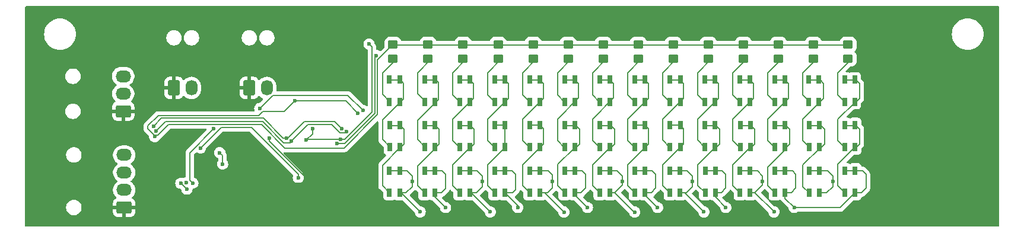
<source format=gbr>
%TF.GenerationSoftware,KiCad,Pcbnew,8.0.9-8.0.9-0~ubuntu25.04.1*%
%TF.CreationDate,2025-04-13T18:27:55-07:00*%
%TF.ProjectId,TSSI,54535349-2e6b-4696-9361-645f70636258,rev?*%
%TF.SameCoordinates,Original*%
%TF.FileFunction,Copper,L2,Bot*%
%TF.FilePolarity,Positive*%
%FSLAX46Y46*%
G04 Gerber Fmt 4.6, Leading zero omitted, Abs format (unit mm)*
G04 Created by KiCad (PCBNEW 8.0.9-8.0.9-0~ubuntu25.04.1) date 2025-04-13 18:27:55*
%MOMM*%
%LPD*%
G01*
G04 APERTURE LIST*
G04 Aperture macros list*
%AMRoundRect*
0 Rectangle with rounded corners*
0 $1 Rounding radius*
0 $2 $3 $4 $5 $6 $7 $8 $9 X,Y pos of 4 corners*
0 Add a 4 corners polygon primitive as box body*
4,1,4,$2,$3,$4,$5,$6,$7,$8,$9,$2,$3,0*
0 Add four circle primitives for the rounded corners*
1,1,$1+$1,$2,$3*
1,1,$1+$1,$4,$5*
1,1,$1+$1,$6,$7*
1,1,$1+$1,$8,$9*
0 Add four rect primitives between the rounded corners*
20,1,$1+$1,$2,$3,$4,$5,0*
20,1,$1+$1,$4,$5,$6,$7,0*
20,1,$1+$1,$6,$7,$8,$9,0*
20,1,$1+$1,$8,$9,$2,$3,0*%
G04 Aperture macros list end*
%TA.AperFunction,ComponentPad*%
%ADD10O,2.200000X1.700000*%
%TD*%
%TA.AperFunction,ComponentPad*%
%ADD11RoundRect,0.250000X0.850000X0.600000X-0.850000X0.600000X-0.850000X-0.600000X0.850000X-0.600000X0*%
%TD*%
%TA.AperFunction,ComponentPad*%
%ADD12O,1.700000X2.200000*%
%TD*%
%TA.AperFunction,ComponentPad*%
%ADD13RoundRect,0.250000X0.600000X-0.850000X0.600000X0.850000X-0.600000X0.850000X-0.600000X-0.850000X0*%
%TD*%
%TA.AperFunction,SMDPad,CuDef*%
%ADD14R,0.750000X1.150000*%
%TD*%
%TA.AperFunction,SMDPad,CuDef*%
%ADD15RoundRect,0.250000X-0.450000X0.350000X-0.450000X-0.350000X0.450000X-0.350000X0.450000X0.350000X0*%
%TD*%
%TA.AperFunction,ViaPad*%
%ADD16C,0.600000*%
%TD*%
%TA.AperFunction,Conductor*%
%ADD17C,0.200000*%
%TD*%
G04 APERTURE END LIST*
D10*
%TO.P,J3,3,Pin_3*%
%TO.N,/RTDS_SIGNAL*%
X87750000Y-101250000D03*
%TO.P,J3,2,Pin_2*%
%TO.N,/RTML_5V*%
X87750000Y-103750000D03*
D11*
%TO.P,J3,1,Pin_1*%
%TO.N,GND*%
X87750000Y-106250000D03*
%TD*%
D12*
%TO.P,J4,2,Pin_2*%
%TO.N,/RTML_12V*%
X97500000Y-102930000D03*
D13*
%TO.P,J4,1,Pin_1*%
%TO.N,GND*%
X95000000Y-102930000D03*
%TD*%
D10*
%TO.P,J1,4,Pin_4*%
%TO.N,/IMD_STATUS*%
X87890000Y-112500000D03*
%TO.P,J1,3,Pin_3*%
%TO.N,/BMS_STATUS*%
X87890000Y-115000000D03*
%TO.P,J1,2,Pin_2*%
%TO.N,+12V*%
X87890000Y-117500000D03*
D11*
%TO.P,J1,1,Pin_1*%
%TO.N,GND*%
X87890000Y-120000000D03*
%TD*%
D12*
%TO.P,J2,2,Pin_2*%
%TO.N,/RTML_12V*%
X108250000Y-102930000D03*
D13*
%TO.P,J2,1,Pin_1*%
%TO.N,GND*%
X105750000Y-102930000D03*
%TD*%
D14*
%TO.P,D54,1,K*%
%TO.N,/RED_LIGHTS*%
X175750000Y-114750000D03*
%TO.P,D54,2,K*%
X177200000Y-114750000D03*
%TO.P,D54,3,K*%
X177200000Y-117900000D03*
%TO.P,D54,4,A*%
%TO.N,Net-(D54-A)*%
X175750000Y-117900000D03*
%TD*%
D15*
%TO.P,R22,1*%
%TO.N,+12V*%
X176250000Y-96750000D03*
%TO.P,R22,2*%
%TO.N,Net-(D52-A)*%
X176250000Y-98750000D03*
%TD*%
%TO.P,R25,1*%
%TO.N,+12V*%
X161250000Y-96750000D03*
%TO.P,R25,2*%
%TO.N,Net-(D61-A)*%
X161250000Y-98750000D03*
%TD*%
%TO.P,R31,1*%
%TO.N,+12V*%
X131250000Y-96750000D03*
%TO.P,R31,2*%
%TO.N,Net-(D79-A)*%
X131250000Y-98750000D03*
%TD*%
D14*
%TO.P,D45,1,K*%
%TO.N,/GREEN_LIGHTS*%
X190750000Y-114750000D03*
%TO.P,D45,2,K*%
X192200000Y-114750000D03*
%TO.P,D45,3,K*%
X192200000Y-117900000D03*
%TO.P,D45,4,A*%
%TO.N,Net-(D45-A)*%
X190750000Y-117900000D03*
%TD*%
%TO.P,D83,1,K*%
%TO.N,Net-(D84-A)*%
X125800000Y-108250000D03*
%TO.P,D83,2,K*%
X127250000Y-108250000D03*
%TO.P,D83,3,K*%
X127250000Y-111400000D03*
%TO.P,D83,4,A*%
%TO.N,Net-(D83-A)*%
X125800000Y-111400000D03*
%TD*%
%TO.P,D73,1,K*%
%TO.N,Net-(D74-A)*%
X140750000Y-101750000D03*
%TO.P,D73,2,K*%
X142200000Y-101750000D03*
%TO.P,D73,3,K*%
X142200000Y-104900000D03*
%TO.P,D73,4,A*%
%TO.N,Net-(D73-A)*%
X140750000Y-104900000D03*
%TD*%
D15*
%TO.P,R26,1*%
%TO.N,+12V*%
X156250000Y-96750000D03*
%TO.P,R26,2*%
%TO.N,Net-(D64-A)*%
X156250000Y-98750000D03*
%TD*%
%TO.P,R24,1*%
%TO.N,+12V*%
X166250000Y-96750000D03*
%TO.P,R24,2*%
%TO.N,Net-(D58-A)*%
X166250000Y-98750000D03*
%TD*%
D14*
%TO.P,D61,1,K*%
%TO.N,Net-(D62-A)*%
X160750000Y-101750000D03*
%TO.P,D61,2,K*%
X162200000Y-101750000D03*
%TO.P,D61,3,K*%
X162200000Y-104900000D03*
%TO.P,D61,4,A*%
%TO.N,Net-(D61-A)*%
X160750000Y-104900000D03*
%TD*%
%TO.P,D47,1,K*%
%TO.N,Net-(D48-A)*%
X185630755Y-108250000D03*
%TO.P,D47,2,K*%
X187080755Y-108250000D03*
%TO.P,D47,3,K*%
X187080755Y-111400000D03*
%TO.P,D47,4,A*%
%TO.N,Net-(D47-A)*%
X185630755Y-111400000D03*
%TD*%
%TO.P,D55,1,K*%
%TO.N,Net-(D56-A)*%
X170750000Y-101750000D03*
%TO.P,D55,2,K*%
X172200000Y-101750000D03*
%TO.P,D55,3,K*%
X172200000Y-104900000D03*
%TO.P,D55,4,A*%
%TO.N,Net-(D55-A)*%
X170750000Y-104900000D03*
%TD*%
D15*
%TO.P,R32,1*%
%TO.N,+12V*%
X126250000Y-96750000D03*
%TO.P,R32,2*%
%TO.N,Net-(D82-A)*%
X126250000Y-98750000D03*
%TD*%
D14*
%TO.P,D43,1,K*%
%TO.N,Net-(D44-A)*%
X190700000Y-101750000D03*
%TO.P,D43,2,K*%
X192150000Y-101750000D03*
%TO.P,D43,3,K*%
X192150000Y-104900000D03*
%TO.P,D43,4,A*%
%TO.N,Net-(D43-A)*%
X190700000Y-104900000D03*
%TD*%
D15*
%TO.P,R20,1*%
%TO.N,+12V*%
X186250000Y-96747216D03*
%TO.P,R20,2*%
%TO.N,Net-(D46-A)*%
X186250000Y-98747216D03*
%TD*%
D14*
%TO.P,D79,1,K*%
%TO.N,Net-(D80-A)*%
X130750000Y-101750000D03*
%TO.P,D79,2,K*%
X132200000Y-101750000D03*
%TO.P,D79,3,K*%
X132200000Y-104900000D03*
%TO.P,D79,4,A*%
%TO.N,Net-(D79-A)*%
X130750000Y-104900000D03*
%TD*%
%TO.P,D71,1,K*%
%TO.N,Net-(D72-A)*%
X145750000Y-108250000D03*
%TO.P,D71,2,K*%
X147200000Y-108250000D03*
%TO.P,D71,3,K*%
X147200000Y-111400000D03*
%TO.P,D71,4,A*%
%TO.N,Net-(D71-A)*%
X145750000Y-111400000D03*
%TD*%
%TO.P,D46,1,K*%
%TO.N,Net-(D47-A)*%
X185580755Y-101750000D03*
%TO.P,D46,2,K*%
X187030755Y-101750000D03*
%TO.P,D46,3,K*%
X187030755Y-104900000D03*
%TO.P,D46,4,A*%
%TO.N,Net-(D46-A)*%
X185580755Y-104900000D03*
%TD*%
D15*
%TO.P,R19,1*%
%TO.N,+12V*%
X191200000Y-96750000D03*
%TO.P,R19,2*%
%TO.N,Net-(D43-A)*%
X191200000Y-98750000D03*
%TD*%
D14*
%TO.P,D52,1,K*%
%TO.N,Net-(D53-A)*%
X175750000Y-101750000D03*
%TO.P,D52,2,K*%
X177200000Y-101750000D03*
%TO.P,D52,3,K*%
X177200000Y-104900000D03*
%TO.P,D52,4,A*%
%TO.N,Net-(D52-A)*%
X175750000Y-104900000D03*
%TD*%
%TO.P,D82,1,K*%
%TO.N,Net-(D83-A)*%
X125750000Y-101750000D03*
%TO.P,D82,2,K*%
X127200000Y-101750000D03*
%TO.P,D82,3,K*%
X127200000Y-104900000D03*
%TO.P,D82,4,A*%
%TO.N,Net-(D82-A)*%
X125750000Y-104900000D03*
%TD*%
%TO.P,D78,1,K*%
%TO.N,/RED_LIGHTS*%
X135750000Y-114750000D03*
%TO.P,D78,2,K*%
X137200000Y-114750000D03*
%TO.P,D78,3,K*%
X137200000Y-117900000D03*
%TO.P,D78,4,A*%
%TO.N,Net-(D78-A)*%
X135750000Y-117900000D03*
%TD*%
%TO.P,D60,1,K*%
%TO.N,/RED_LIGHTS*%
X165750000Y-114750000D03*
%TO.P,D60,2,K*%
X167200000Y-114750000D03*
%TO.P,D60,3,K*%
X167200000Y-117900000D03*
%TO.P,D60,4,A*%
%TO.N,Net-(D60-A)*%
X165750000Y-117900000D03*
%TD*%
D15*
%TO.P,R21,1*%
%TO.N,+12V*%
X181250000Y-96750000D03*
%TO.P,R21,2*%
%TO.N,Net-(D49-A)*%
X181250000Y-98750000D03*
%TD*%
D14*
%TO.P,D76,1,K*%
%TO.N,Net-(D77-A)*%
X135750000Y-101750000D03*
%TO.P,D76,2,K*%
X137200000Y-101750000D03*
%TO.P,D76,3,K*%
X137200000Y-104900000D03*
%TO.P,D76,4,A*%
%TO.N,Net-(D76-A)*%
X135750000Y-104900000D03*
%TD*%
%TO.P,D74,1,K*%
%TO.N,Net-(D75-A)*%
X140750000Y-108250000D03*
%TO.P,D74,2,K*%
X142200000Y-108250000D03*
%TO.P,D74,3,K*%
X142200000Y-111400000D03*
%TO.P,D74,4,A*%
%TO.N,Net-(D74-A)*%
X140750000Y-111400000D03*
%TD*%
%TO.P,D70,1,K*%
%TO.N,Net-(D71-A)*%
X145750000Y-101750000D03*
%TO.P,D70,2,K*%
X147200000Y-101750000D03*
%TO.P,D70,3,K*%
X147200000Y-104900000D03*
%TO.P,D70,4,A*%
%TO.N,Net-(D70-A)*%
X145750000Y-104900000D03*
%TD*%
%TO.P,D64,1,K*%
%TO.N,Net-(D65-A)*%
X155750000Y-101750000D03*
%TO.P,D64,2,K*%
X157200000Y-101750000D03*
%TO.P,D64,3,K*%
X157200000Y-104900000D03*
%TO.P,D64,4,A*%
%TO.N,Net-(D64-A)*%
X155750000Y-104900000D03*
%TD*%
D15*
%TO.P,R29,1*%
%TO.N,+12V*%
X141250000Y-96750000D03*
%TO.P,R29,2*%
%TO.N,Net-(D73-A)*%
X141250000Y-98750000D03*
%TD*%
D14*
%TO.P,D81,1,K*%
%TO.N,/GREEN_LIGHTS*%
X130750000Y-114750000D03*
%TO.P,D81,2,K*%
X132200000Y-114750000D03*
%TO.P,D81,3,K*%
X132200000Y-117900000D03*
%TO.P,D81,4,A*%
%TO.N,Net-(D81-A)*%
X130750000Y-117900000D03*
%TD*%
%TO.P,D75,1,K*%
%TO.N,/GREEN_LIGHTS*%
X140750000Y-114750000D03*
%TO.P,D75,2,K*%
X142200000Y-114750000D03*
%TO.P,D75,3,K*%
X142200000Y-117900000D03*
%TO.P,D75,4,A*%
%TO.N,Net-(D75-A)*%
X140750000Y-117900000D03*
%TD*%
%TO.P,D80,1,K*%
%TO.N,Net-(D81-A)*%
X130750000Y-108250000D03*
%TO.P,D80,2,K*%
X132200000Y-108250000D03*
%TO.P,D80,3,K*%
X132200000Y-111400000D03*
%TO.P,D80,4,A*%
%TO.N,Net-(D80-A)*%
X130750000Y-111400000D03*
%TD*%
%TO.P,D58,1,K*%
%TO.N,Net-(D59-A)*%
X165800000Y-101750000D03*
%TO.P,D58,2,K*%
X167250000Y-101750000D03*
%TO.P,D58,3,K*%
X167250000Y-104900000D03*
%TO.P,D58,4,A*%
%TO.N,Net-(D58-A)*%
X165800000Y-104900000D03*
%TD*%
D15*
%TO.P,R30,1*%
%TO.N,+12V*%
X136250000Y-96750000D03*
%TO.P,R30,2*%
%TO.N,Net-(D76-A)*%
X136250000Y-98750000D03*
%TD*%
D14*
%TO.P,D49,1,K*%
%TO.N,Net-(D50-A)*%
X180750000Y-101750000D03*
%TO.P,D49,2,K*%
X182200000Y-101750000D03*
%TO.P,D49,3,K*%
X182200000Y-104900000D03*
%TO.P,D49,4,A*%
%TO.N,Net-(D49-A)*%
X180750000Y-104900000D03*
%TD*%
%TO.P,D65,1,K*%
%TO.N,Net-(D66-A)*%
X155750000Y-108250000D03*
%TO.P,D65,2,K*%
X157200000Y-108250000D03*
%TO.P,D65,3,K*%
X157200000Y-111400000D03*
%TO.P,D65,4,A*%
%TO.N,Net-(D65-A)*%
X155750000Y-111400000D03*
%TD*%
%TO.P,D68,1,K*%
%TO.N,Net-(D69-A)*%
X150750000Y-108250000D03*
%TO.P,D68,2,K*%
X152200000Y-108250000D03*
%TO.P,D68,3,K*%
X152200000Y-111400000D03*
%TO.P,D68,4,A*%
%TO.N,Net-(D68-A)*%
X150750000Y-111400000D03*
%TD*%
%TO.P,D63,1,K*%
%TO.N,/GREEN_LIGHTS*%
X160750000Y-114750000D03*
%TO.P,D63,2,K*%
X162200000Y-114750000D03*
%TO.P,D63,3,K*%
X162200000Y-117900000D03*
%TO.P,D63,4,A*%
%TO.N,Net-(D63-A)*%
X160750000Y-117900000D03*
%TD*%
%TO.P,D50,1,K*%
%TO.N,Net-(D51-A)*%
X180750000Y-108250000D03*
%TO.P,D50,2,K*%
X182200000Y-108250000D03*
%TO.P,D50,3,K*%
X182200000Y-111400000D03*
%TO.P,D50,4,A*%
%TO.N,Net-(D50-A)*%
X180750000Y-111400000D03*
%TD*%
%TO.P,D57,1,K*%
%TO.N,/GREEN_LIGHTS*%
X170800000Y-114750000D03*
%TO.P,D57,2,K*%
X172250000Y-114750000D03*
%TO.P,D57,3,K*%
X172250000Y-117900000D03*
%TO.P,D57,4,A*%
%TO.N,Net-(D57-A)*%
X170800000Y-117900000D03*
%TD*%
%TO.P,D77,1,K*%
%TO.N,Net-(D78-A)*%
X135750000Y-108250000D03*
%TO.P,D77,2,K*%
X137200000Y-108250000D03*
%TO.P,D77,3,K*%
X137200000Y-111400000D03*
%TO.P,D77,4,A*%
%TO.N,Net-(D77-A)*%
X135750000Y-111400000D03*
%TD*%
%TO.P,D62,1,K*%
%TO.N,Net-(D63-A)*%
X160750000Y-108250000D03*
%TO.P,D62,2,K*%
X162200000Y-108250000D03*
%TO.P,D62,3,K*%
X162200000Y-111400000D03*
%TO.P,D62,4,A*%
%TO.N,Net-(D62-A)*%
X160750000Y-111400000D03*
%TD*%
%TO.P,D53,1,K*%
%TO.N,Net-(D54-A)*%
X175800000Y-108250000D03*
%TO.P,D53,2,K*%
X177250000Y-108250000D03*
%TO.P,D53,3,K*%
X177250000Y-111400000D03*
%TO.P,D53,4,A*%
%TO.N,Net-(D53-A)*%
X175800000Y-111400000D03*
%TD*%
%TO.P,D72,1,K*%
%TO.N,/RED_LIGHTS*%
X145750000Y-114750000D03*
%TO.P,D72,2,K*%
X147200000Y-114750000D03*
%TO.P,D72,3,K*%
X147200000Y-117900000D03*
%TO.P,D72,4,A*%
%TO.N,Net-(D72-A)*%
X145750000Y-117900000D03*
%TD*%
%TO.P,D56,1,K*%
%TO.N,Net-(D57-A)*%
X170750000Y-108250000D03*
%TO.P,D56,2,K*%
X172200000Y-108250000D03*
%TO.P,D56,3,K*%
X172200000Y-111400000D03*
%TO.P,D56,4,A*%
%TO.N,Net-(D56-A)*%
X170750000Y-111400000D03*
%TD*%
%TO.P,D69,1,K*%
%TO.N,/GREEN_LIGHTS*%
X150750000Y-114750000D03*
%TO.P,D69,2,K*%
X152200000Y-114750000D03*
%TO.P,D69,3,K*%
X152200000Y-117900000D03*
%TO.P,D69,4,A*%
%TO.N,Net-(D69-A)*%
X150750000Y-117900000D03*
%TD*%
%TO.P,D51,1,K*%
%TO.N,/GREEN_LIGHTS*%
X180750000Y-114750000D03*
%TO.P,D51,2,K*%
X182200000Y-114750000D03*
%TO.P,D51,3,K*%
X182200000Y-117900000D03*
%TO.P,D51,4,A*%
%TO.N,Net-(D51-A)*%
X180750000Y-117900000D03*
%TD*%
D15*
%TO.P,R28,1*%
%TO.N,+12V*%
X146250000Y-96750000D03*
%TO.P,R28,2*%
%TO.N,Net-(D70-A)*%
X146250000Y-98750000D03*
%TD*%
D14*
%TO.P,D44,1,K*%
%TO.N,Net-(D45-A)*%
X190750000Y-108250000D03*
%TO.P,D44,2,K*%
X192200000Y-108250000D03*
%TO.P,D44,3,K*%
X192200000Y-111400000D03*
%TO.P,D44,4,A*%
%TO.N,Net-(D44-A)*%
X190750000Y-111400000D03*
%TD*%
D15*
%TO.P,R27,1*%
%TO.N,+12V*%
X151250000Y-96750000D03*
%TO.P,R27,2*%
%TO.N,Net-(D67-A)*%
X151250000Y-98750000D03*
%TD*%
D14*
%TO.P,D84,1,K*%
%TO.N,/RED_LIGHTS*%
X125750000Y-114750000D03*
%TO.P,D84,2,K*%
X127200000Y-114750000D03*
%TO.P,D84,3,K*%
X127200000Y-117900000D03*
%TO.P,D84,4,A*%
%TO.N,Net-(D84-A)*%
X125750000Y-117900000D03*
%TD*%
%TO.P,D59,1,K*%
%TO.N,Net-(D60-A)*%
X165800000Y-108250000D03*
%TO.P,D59,2,K*%
X167250000Y-108250000D03*
%TO.P,D59,3,K*%
X167250000Y-111400000D03*
%TO.P,D59,4,A*%
%TO.N,Net-(D59-A)*%
X165800000Y-111400000D03*
%TD*%
D15*
%TO.P,R23,1*%
%TO.N,+12V*%
X171250000Y-96750000D03*
%TO.P,R23,2*%
%TO.N,Net-(D55-A)*%
X171250000Y-98750000D03*
%TD*%
D14*
%TO.P,D66,1,K*%
%TO.N,/RED_LIGHTS*%
X155750000Y-114750000D03*
%TO.P,D66,2,K*%
X157200000Y-114750000D03*
%TO.P,D66,3,K*%
X157200000Y-117900000D03*
%TO.P,D66,4,A*%
%TO.N,Net-(D66-A)*%
X155750000Y-117900000D03*
%TD*%
%TO.P,D48,1,K*%
%TO.N,/RED_LIGHTS*%
X185630755Y-114750000D03*
%TO.P,D48,2,K*%
X187080755Y-114750000D03*
%TO.P,D48,3,K*%
X187080755Y-117900000D03*
%TO.P,D48,4,A*%
%TO.N,Net-(D48-A)*%
X185630755Y-117900000D03*
%TD*%
%TO.P,D67,1,K*%
%TO.N,Net-(D68-A)*%
X150750000Y-101750000D03*
%TO.P,D67,2,K*%
X152200000Y-101750000D03*
%TO.P,D67,3,K*%
X152200000Y-104900000D03*
%TO.P,D67,4,A*%
%TO.N,Net-(D67-A)*%
X150750000Y-104900000D03*
%TD*%
D16*
%TO.N,+5V*%
X118786721Y-110300000D03*
%TO.N,/RED_LIGHTS*%
X140125000Y-120625000D03*
X169000000Y-116250000D03*
X129000000Y-116250000D03*
X180625000Y-120625000D03*
X189000000Y-116250000D03*
X170625000Y-120625000D03*
X130125000Y-120625000D03*
X159000000Y-116250000D03*
X150650000Y-120650000D03*
X160750000Y-120650000D03*
X149000000Y-116250000D03*
X179000000Y-116250000D03*
X139000000Y-116250000D03*
%TO.N,/GREEN_LIGHTS*%
X164000000Y-120000000D03*
X154000000Y-120000000D03*
X173750000Y-120000000D03*
X183500000Y-120000000D03*
X144062500Y-120000000D03*
X133750000Y-120000000D03*
%TO.N,GND*%
X108609276Y-110114254D03*
X114500000Y-116500000D03*
X109750000Y-116500000D03*
X90627328Y-106372672D03*
X92250000Y-105250000D03*
%TO.N,Net-(U3-CV)*%
X100682943Y-108750000D03*
X97691723Y-116522394D03*
%TO.N,+12V*%
X92234906Y-109871194D03*
X112250000Y-104750000D03*
X121250000Y-106500000D03*
%TO.N,+5V*%
X96779555Y-116478314D03*
X113875000Y-110375000D03*
X122836074Y-96663926D03*
X114750000Y-108750000D03*
%TO.N,/FLASH_LEDS*%
X112750000Y-115750000D03*
X98759400Y-111522071D03*
%TO.N,/RTDS_BUZZER*%
X118250000Y-110900000D03*
X123850000Y-98301473D03*
%TO.N,/RTDS_SIGNAL*%
X107250000Y-105850000D03*
X121965544Y-106142228D03*
%TO.N,/RED_LIGHT_LOGIC*%
X96844682Y-117372412D03*
X95981800Y-116538235D03*
%TO.N,/IMD_STATUS*%
X111072431Y-110068547D03*
X92064807Y-108375836D03*
X118950000Y-108750000D03*
%TO.N,/BMS_STATUS*%
X119615682Y-109193701D03*
X111750000Y-110550000D03*
X92419680Y-109092822D03*
%TO.N,Net-(U3-DIS)*%
X101520000Y-112174051D03*
X101936397Y-113782132D03*
%TD*%
D17*
%TO.N,GND*%
X106250000Y-120000000D02*
X87890000Y-120000000D01*
X109750000Y-116500000D02*
X106250000Y-120000000D01*
X109750000Y-116500000D02*
X114500000Y-116500000D01*
X114500000Y-116500000D02*
X114500000Y-116434314D01*
X114500000Y-116434314D02*
X108609276Y-110543590D01*
X108609276Y-110543590D02*
X108609276Y-110114254D01*
%TO.N,+5V*%
X118786721Y-110300000D02*
X119357912Y-110300000D01*
X123250000Y-97077852D02*
X122836074Y-96663926D01*
X119357912Y-110300000D02*
X123250000Y-106407912D01*
X123250000Y-106407912D02*
X123250000Y-97077852D01*
X114000000Y-110250000D02*
X113875000Y-110375000D01*
X118736721Y-110250000D02*
X114000000Y-110250000D01*
X118786721Y-110300000D02*
X118736721Y-110250000D01*
%TO.N,+12V*%
X92234906Y-109871194D02*
X92413278Y-109692822D01*
X92413278Y-109692822D02*
X92668209Y-109692822D01*
X92668209Y-109692822D02*
X94211031Y-108150000D01*
X124050000Y-106739284D02*
X124050000Y-98950000D01*
X94211031Y-108150000D02*
X107493552Y-108150000D01*
X107493552Y-108150000D02*
X110843552Y-111500000D01*
X110843552Y-111500000D02*
X119289284Y-111500000D01*
X119289284Y-111500000D02*
X124050000Y-106739284D01*
X124050000Y-98950000D02*
X126250000Y-96750000D01*
%TO.N,/RTDS_BUZZER*%
X118250000Y-110900000D02*
X119323598Y-110900000D01*
X119323598Y-110900000D02*
X123650000Y-106573598D01*
X123650000Y-106573598D02*
X123650000Y-98501473D01*
X123650000Y-98501473D02*
X123850000Y-98301473D01*
%TO.N,+12V*%
X92234906Y-109756577D02*
X92234906Y-109871194D01*
X107098529Y-106850000D02*
X92742114Y-106850000D01*
X91250000Y-108771671D02*
X92234906Y-109756577D01*
X91250000Y-108342114D02*
X91250000Y-108771671D01*
X92742114Y-106850000D02*
X91250000Y-108342114D01*
X110732905Y-106250000D02*
X107698529Y-106250000D01*
X119500000Y-104750000D02*
X121250000Y-106500000D01*
X107698529Y-106250000D02*
X107098529Y-106850000D01*
X112250000Y-104750000D02*
X112232905Y-104750000D01*
X112250000Y-104750000D02*
X119500000Y-104750000D01*
X112232905Y-104750000D02*
X110732905Y-106250000D01*
%TO.N,/RED_LIGHTS*%
X137200000Y-117900000D02*
X138150000Y-117900000D01*
X139000000Y-117050000D02*
X139000000Y-115500000D01*
X155750000Y-114750000D02*
X157200000Y-114750000D01*
X127200000Y-117900000D02*
X128100000Y-117900000D01*
X180625000Y-120625000D02*
X177900000Y-117900000D01*
X150650000Y-120650000D02*
X147900000Y-117900000D01*
X139000000Y-115500000D02*
X138250000Y-114750000D01*
X127400000Y-117900000D02*
X127200000Y-117900000D01*
X177900000Y-117900000D02*
X179000000Y-116800000D01*
X147900000Y-117900000D02*
X148350000Y-117900000D01*
X138150000Y-117900000D02*
X139000000Y-117050000D01*
X125750000Y-114750000D02*
X127200000Y-114750000D01*
X165750000Y-114750000D02*
X167200000Y-114750000D01*
X168250000Y-114750000D02*
X167200000Y-114750000D01*
X158250000Y-114750000D02*
X157200000Y-114750000D01*
X167200000Y-117900000D02*
X168100000Y-117900000D01*
X130125000Y-120625000D02*
X127400000Y-117900000D01*
X169000000Y-115500000D02*
X168250000Y-114750000D01*
X188250000Y-114750000D02*
X187080755Y-114750000D01*
X149000000Y-115387500D02*
X148362500Y-114750000D01*
X177900000Y-117900000D02*
X177200000Y-117900000D01*
X179000000Y-116800000D02*
X179000000Y-115500000D01*
X159000000Y-115500000D02*
X158250000Y-114750000D01*
X169000000Y-117000000D02*
X169000000Y-116250000D01*
X128250000Y-114750000D02*
X127200000Y-114750000D01*
X185630755Y-114750000D02*
X187080755Y-114750000D01*
X128100000Y-117900000D02*
X129000000Y-117000000D01*
X167900000Y-117900000D02*
X167200000Y-117900000D01*
X149000000Y-117250000D02*
X149000000Y-115387500D01*
X189000000Y-115500000D02*
X188250000Y-114750000D01*
X159000000Y-116800000D02*
X159000000Y-115500000D01*
X137200000Y-114750000D02*
X135750000Y-114750000D01*
X129000000Y-117000000D02*
X129000000Y-115500000D01*
X168100000Y-117900000D02*
X169000000Y-117000000D01*
X148350000Y-117900000D02*
X149000000Y-117250000D01*
X140125000Y-120625000D02*
X137400000Y-117900000D01*
X179000000Y-115500000D02*
X178250000Y-114750000D01*
X170625000Y-120625000D02*
X167900000Y-117900000D01*
X187080755Y-117900000D02*
X188100000Y-117900000D01*
X148362500Y-114750000D02*
X147200000Y-114750000D01*
X160750000Y-120650000D02*
X160650000Y-120650000D01*
X188100000Y-117900000D02*
X189000000Y-117000000D01*
X178250000Y-114750000D02*
X177200000Y-114750000D01*
X160650000Y-120650000D02*
X157900000Y-117900000D01*
X145750000Y-114750000D02*
X147200000Y-114750000D01*
X147900000Y-117900000D02*
X147200000Y-117900000D01*
X189000000Y-117000000D02*
X189000000Y-115500000D01*
X177200000Y-114750000D02*
X175750000Y-114750000D01*
X138250000Y-114750000D02*
X137200000Y-114750000D01*
X129000000Y-115500000D02*
X128250000Y-114750000D01*
X157900000Y-117900000D02*
X159000000Y-116800000D01*
X137400000Y-117900000D02*
X137200000Y-117900000D01*
X157900000Y-117900000D02*
X157200000Y-117900000D01*
X169000000Y-116250000D02*
X169000000Y-115500000D01*
%TO.N,/GREEN_LIGHTS*%
X144062500Y-120000000D02*
X144062500Y-119762500D01*
X143300000Y-117900000D02*
X143750000Y-117450000D01*
X153750000Y-115250000D02*
X153250000Y-114750000D01*
X152200000Y-118200000D02*
X152200000Y-117900000D01*
X162200000Y-114750000D02*
X160750000Y-114750000D01*
X190100000Y-120000000D02*
X192200000Y-117900000D01*
X183250000Y-114750000D02*
X182200000Y-114750000D01*
X163750000Y-117250000D02*
X163750000Y-115250000D01*
X143750000Y-115250000D02*
X143250000Y-114750000D01*
X190750000Y-114750000D02*
X192200000Y-114750000D01*
X153750000Y-117250000D02*
X153750000Y-115250000D01*
X173750000Y-115250000D02*
X173250000Y-114750000D01*
X133150000Y-117900000D02*
X133750000Y-117300000D01*
X172250000Y-114750000D02*
X170800000Y-114750000D01*
X193750000Y-115250000D02*
X193250000Y-114750000D01*
X132200000Y-118450000D02*
X132200000Y-117900000D01*
X144062500Y-119762500D02*
X142200000Y-117900000D01*
X192200000Y-117900000D02*
X193100000Y-117900000D01*
X153100000Y-117900000D02*
X153750000Y-117250000D01*
X162200000Y-117900000D02*
X163100000Y-117900000D01*
X143250000Y-114750000D02*
X142200000Y-114750000D01*
X133750000Y-117300000D02*
X133750000Y-115250000D01*
X163100000Y-117900000D02*
X163750000Y-117250000D01*
X132200000Y-117900000D02*
X133150000Y-117900000D01*
X182200000Y-117900000D02*
X183100000Y-117900000D01*
X183500000Y-120000000D02*
X182200000Y-118700000D01*
X140750000Y-114750000D02*
X142200000Y-114750000D01*
X173750000Y-117250000D02*
X173750000Y-115250000D01*
X133250000Y-114750000D02*
X132200000Y-114750000D01*
X193250000Y-114750000D02*
X192200000Y-114750000D01*
X162200000Y-118200000D02*
X162200000Y-117900000D01*
X173100000Y-117900000D02*
X173750000Y-117250000D01*
X163250000Y-114750000D02*
X162200000Y-114750000D01*
X182200000Y-118700000D02*
X182200000Y-117900000D01*
X152200000Y-117900000D02*
X153100000Y-117900000D01*
X154000000Y-120000000D02*
X152200000Y-118200000D01*
X142200000Y-117900000D02*
X143300000Y-117900000D01*
X153250000Y-114750000D02*
X152200000Y-114750000D01*
X183750000Y-117250000D02*
X183750000Y-115250000D01*
X193100000Y-117900000D02*
X193750000Y-117250000D01*
X143750000Y-117450000D02*
X143750000Y-115250000D01*
X150750000Y-114750000D02*
X152200000Y-114750000D01*
X172250000Y-117900000D02*
X173100000Y-117900000D01*
X130750000Y-114750000D02*
X132200000Y-114750000D01*
X180750000Y-114750000D02*
X182200000Y-114750000D01*
X164000000Y-120000000D02*
X162200000Y-118200000D01*
X133750000Y-120000000D02*
X132200000Y-118450000D01*
X183500000Y-120000000D02*
X190100000Y-120000000D01*
X173250000Y-114750000D02*
X172250000Y-114750000D01*
X183750000Y-115250000D02*
X183250000Y-114750000D01*
X172250000Y-118500000D02*
X172250000Y-117900000D01*
X173750000Y-120000000D02*
X172250000Y-118500000D01*
X133750000Y-115250000D02*
X133250000Y-114750000D01*
X163750000Y-115250000D02*
X163250000Y-114750000D01*
X183100000Y-117900000D02*
X183750000Y-117250000D01*
X193750000Y-117250000D02*
X193750000Y-115250000D01*
%TO.N,GND*%
X91127328Y-106372672D02*
X90627328Y-106372672D01*
X92250000Y-105250000D02*
X91127328Y-106372672D01*
%TO.N,Net-(U3-CV)*%
X100682943Y-108750000D02*
X100682942Y-108750000D01*
X97250000Y-116080671D02*
X97691723Y-116522394D01*
X97250000Y-112182942D02*
X97250000Y-116080671D01*
X100682942Y-108750000D02*
X97250000Y-112182942D01*
%TO.N,+12V*%
X191725000Y-96775000D02*
X126775000Y-96775000D01*
%TO.N,+5V*%
X114750000Y-108750000D02*
X114750000Y-109500000D01*
X96799114Y-116478314D02*
X96779555Y-116478314D01*
X114750000Y-109500000D02*
X113875000Y-110375000D01*
%TO.N,/FLASH_LEDS*%
X98759400Y-111522071D02*
X98759400Y-111522070D01*
X112750000Y-115250000D02*
X112750000Y-115750000D01*
X101731470Y-108550000D02*
X106050000Y-108550000D01*
X106050000Y-108550000D02*
X112750000Y-115250000D01*
X98759400Y-111522070D02*
X101731470Y-108550000D01*
%TO.N,/RTDS_SIGNAL*%
X119823316Y-104000000D02*
X109100000Y-104000000D01*
X109100000Y-104000000D02*
X107250000Y-105850000D01*
X121965544Y-106142228D02*
X119823316Y-104000000D01*
%TO.N,/RED_LIGHT_LOGIC*%
X96815977Y-117372412D02*
X95981800Y-116538235D01*
X96844682Y-117372412D02*
X96815977Y-117372412D01*
%TO.N,/IMD_STATUS*%
X117950000Y-107750000D02*
X113570489Y-107750000D01*
X110543471Y-110068547D02*
X107724924Y-107250000D01*
X113570489Y-107750000D02*
X111251942Y-110068547D01*
X111251942Y-110068547D02*
X111072431Y-110068547D01*
X107724924Y-107250000D02*
X93190643Y-107250000D01*
X111072431Y-110068547D02*
X110543471Y-110068547D01*
X93190643Y-107250000D02*
X92064807Y-108375836D01*
X118950000Y-108750000D02*
X117950000Y-107750000D01*
%TO.N,/BMS_STATUS*%
X119459383Y-109350000D02*
X118701471Y-109350000D01*
X110659238Y-110750000D02*
X107659238Y-107750000D01*
X119615682Y-109193701D02*
X119459383Y-109350000D01*
X107659238Y-107750000D02*
X93762502Y-107750000D01*
X114150000Y-108150000D02*
X111750000Y-110550000D01*
X93762502Y-107750000D02*
X92419680Y-109092822D01*
X117501471Y-108150000D02*
X114150000Y-108150000D01*
X111550000Y-110750000D02*
X110659238Y-110750000D01*
X111750000Y-110550000D02*
X111550000Y-110750000D01*
X118701471Y-109350000D02*
X117501471Y-108150000D01*
%TO.N,Net-(U3-DIS)*%
X101936397Y-112590448D02*
X101936397Y-113782132D01*
X101520000Y-112174051D02*
X101936397Y-112590448D01*
%TO.N,Net-(D43-A)*%
X191725000Y-98775000D02*
X189750000Y-100750000D01*
X189750000Y-103900000D02*
X190775000Y-104925000D01*
X189750000Y-100750000D02*
X189750000Y-103900000D01*
%TO.N,Net-(D44-A)*%
X189750000Y-107400000D02*
X189750000Y-110400000D01*
X192850000Y-104450000D02*
X192850000Y-102300000D01*
X189750000Y-110400000D02*
X190775000Y-111425000D01*
X190900000Y-101800000D02*
X192350000Y-101800000D01*
X192850000Y-102300000D02*
X192350000Y-101800000D01*
X192350000Y-104950000D02*
X192850000Y-104450000D01*
X192225000Y-104925000D02*
X189750000Y-107400000D01*
%TO.N,Net-(D45-A)*%
X190900000Y-108300000D02*
X192350000Y-108300000D01*
X189750000Y-116900000D02*
X190750000Y-117900000D01*
X189750000Y-113850000D02*
X189750000Y-116900000D01*
X192350000Y-111450000D02*
X192850000Y-110950000D01*
X192850000Y-110950000D02*
X192850000Y-108800000D01*
X192850000Y-108800000D02*
X192350000Y-108300000D01*
X192200000Y-111400000D02*
X189750000Y-113850000D01*
%TO.N,Net-(D46-A)*%
X184750000Y-103900000D02*
X185775000Y-104925000D01*
X186725000Y-98775000D02*
X184750000Y-100750000D01*
X184750000Y-100750000D02*
X184750000Y-103900000D01*
%TO.N,Net-(D47-A)*%
X187225000Y-101775000D02*
X187725000Y-102275000D01*
X187725000Y-104425000D02*
X184750000Y-107400000D01*
X185775000Y-101775000D02*
X187225000Y-101775000D01*
X184750000Y-110400000D02*
X185775000Y-111425000D01*
X187725000Y-102275000D02*
X187725000Y-104425000D01*
X184750000Y-107400000D02*
X184750000Y-110400000D01*
%TO.N,Net-(D48-A)*%
X184750000Y-113900000D02*
X184750000Y-117019245D01*
X185900000Y-108300000D02*
X187350000Y-108300000D01*
X184750000Y-117019245D02*
X185630755Y-117900000D01*
X187850000Y-108800000D02*
X187350000Y-108300000D01*
X187350000Y-111450000D02*
X187850000Y-110950000D01*
X187225000Y-111425000D02*
X184750000Y-113900000D01*
X187850000Y-110950000D02*
X187850000Y-108800000D01*
%TO.N,Net-(D50-A)*%
X182225000Y-101775000D02*
X182725000Y-102275000D01*
X179750000Y-107400000D02*
X179750000Y-110400000D01*
X180775000Y-101775000D02*
X182225000Y-101775000D01*
X182725000Y-102275000D02*
X182725000Y-104425000D01*
X179750000Y-110400000D02*
X180775000Y-111425000D01*
X182725000Y-104425000D02*
X179750000Y-107400000D01*
%TO.N,Net-(D49-A)*%
X181725000Y-98775000D02*
X179750000Y-100750000D01*
X179750000Y-103900000D02*
X180775000Y-104925000D01*
X179750000Y-100750000D02*
X179750000Y-103900000D01*
%TO.N,Net-(D51-A)*%
X182850000Y-108800000D02*
X182350000Y-108300000D01*
X182850000Y-110950000D02*
X182850000Y-108800000D01*
X182350000Y-111450000D02*
X182850000Y-110950000D01*
X182225000Y-111775000D02*
X179750000Y-114250000D01*
X180900000Y-108300000D02*
X182350000Y-108300000D01*
X179750000Y-114250000D02*
X179750000Y-116900000D01*
X179750000Y-116900000D02*
X180750000Y-117900000D01*
X182225000Y-111425000D02*
X182225000Y-111775000D01*
%TO.N,Net-(D53-A)*%
X174750000Y-110400000D02*
X175775000Y-111425000D01*
X177725000Y-102275000D02*
X177725000Y-104425000D01*
X174750000Y-107400000D02*
X174750000Y-110400000D01*
X177225000Y-101775000D02*
X177725000Y-102275000D01*
X177725000Y-104425000D02*
X174750000Y-107400000D01*
X175775000Y-101775000D02*
X177225000Y-101775000D01*
%TO.N,Net-(D52-A)*%
X176725000Y-98775000D02*
X174750000Y-100750000D01*
X174750000Y-100750000D02*
X174750000Y-103900000D01*
X174750000Y-103900000D02*
X175775000Y-104925000D01*
%TO.N,Net-(D54-A)*%
X174750000Y-116900000D02*
X175750000Y-117900000D01*
X177350000Y-111450000D02*
X177850000Y-110950000D01*
X177225000Y-111425000D02*
X174750000Y-113900000D01*
X177850000Y-110950000D02*
X177850000Y-108800000D01*
X174750000Y-113900000D02*
X174750000Y-116900000D01*
X175900000Y-108300000D02*
X177350000Y-108300000D01*
X177850000Y-108800000D02*
X177350000Y-108300000D01*
%TO.N,Net-(D55-A)*%
X169750000Y-100750000D02*
X169750000Y-103900000D01*
X171725000Y-98775000D02*
X169750000Y-100750000D01*
X169750000Y-103900000D02*
X170775000Y-104925000D01*
%TO.N,Net-(D56-A)*%
X170775000Y-101775000D02*
X172225000Y-101775000D01*
X169725000Y-107425000D02*
X169725000Y-110375000D01*
X172725000Y-104425000D02*
X172725000Y-102275000D01*
X172725000Y-102275000D02*
X172225000Y-101775000D01*
X172225000Y-104925000D02*
X169725000Y-107425000D01*
X172225000Y-104925000D02*
X172725000Y-104425000D01*
X169725000Y-110375000D02*
X170775000Y-111425000D01*
%TO.N,Net-(D57-A)*%
X172850000Y-108800000D02*
X172350000Y-108300000D01*
X172350000Y-111450000D02*
X172850000Y-110950000D01*
X169750000Y-116850000D02*
X170800000Y-117900000D01*
X169750000Y-113900000D02*
X169750000Y-116850000D01*
X172850000Y-110950000D02*
X172850000Y-108800000D01*
X170900000Y-108300000D02*
X172350000Y-108300000D01*
X172225000Y-111425000D02*
X169750000Y-113900000D01*
%TO.N,Net-(D59-A)*%
X167725000Y-102275000D02*
X167725000Y-104425000D01*
X164725000Y-107425000D02*
X164725000Y-110375000D01*
X167725000Y-104425000D02*
X167225000Y-104925000D01*
X167225000Y-104925000D02*
X164725000Y-107425000D01*
X167225000Y-101775000D02*
X167725000Y-102275000D01*
X164725000Y-110375000D02*
X165775000Y-111425000D01*
X165775000Y-101775000D02*
X167225000Y-101775000D01*
%TO.N,Net-(D58-A)*%
X166725000Y-98775000D02*
X164750000Y-100750000D01*
X164750000Y-100750000D02*
X164750000Y-103900000D01*
X164750000Y-103900000D02*
X165775000Y-104925000D01*
%TO.N,Net-(D60-A)*%
X167725000Y-110925000D02*
X167725000Y-108775000D01*
X164750000Y-113900000D02*
X167725000Y-110925000D01*
X165750000Y-117900000D02*
X164750000Y-116900000D01*
X167225000Y-108275000D02*
X165775000Y-108275000D01*
X164750000Y-116900000D02*
X164750000Y-113900000D01*
X167725000Y-108775000D02*
X167225000Y-108275000D01*
%TO.N,Net-(D61-A)*%
X159750000Y-100750000D02*
X159750000Y-103900000D01*
X161725000Y-98775000D02*
X159750000Y-100750000D01*
X159750000Y-103900000D02*
X160775000Y-104925000D01*
%TO.N,Net-(D62-A)*%
X162725000Y-104425000D02*
X159750000Y-107400000D01*
X162225000Y-101775000D02*
X162725000Y-102275000D01*
X159750000Y-107400000D02*
X159750000Y-110400000D01*
X160775000Y-101775000D02*
X162225000Y-101775000D01*
X162725000Y-102275000D02*
X162725000Y-104425000D01*
X159750000Y-110400000D02*
X160775000Y-111425000D01*
%TO.N,Net-(D63-A)*%
X162725000Y-110925000D02*
X162725000Y-108775000D01*
X162225000Y-108275000D02*
X160775000Y-108275000D01*
X160750000Y-117900000D02*
X159750000Y-116900000D01*
X162725000Y-108775000D02*
X162225000Y-108275000D01*
X159750000Y-116900000D02*
X159750000Y-113900000D01*
X159750000Y-113900000D02*
X162725000Y-110925000D01*
%TO.N,Net-(D65-A)*%
X155725000Y-101775000D02*
X157175000Y-101775000D01*
X157725000Y-102325000D02*
X157725000Y-104375000D01*
X154750000Y-110400000D02*
X155775000Y-111425000D01*
X157175000Y-101775000D02*
X157725000Y-102325000D01*
X154750000Y-107350000D02*
X154750000Y-110400000D01*
X157725000Y-104375000D02*
X154750000Y-107350000D01*
%TO.N,Net-(D64-A)*%
X154750000Y-103950000D02*
X155725000Y-104925000D01*
X156725000Y-98775000D02*
X154750000Y-100750000D01*
X154750000Y-100750000D02*
X154750000Y-103950000D01*
%TO.N,Net-(D66-A)*%
X154750000Y-113900000D02*
X154750000Y-116900000D01*
X157350000Y-111450000D02*
X157850000Y-110950000D01*
X157850000Y-108800000D02*
X157350000Y-108300000D01*
X157225000Y-111425000D02*
X154750000Y-113900000D01*
X154750000Y-116900000D02*
X155750000Y-117900000D01*
X155900000Y-108300000D02*
X157350000Y-108300000D01*
X157850000Y-110950000D02*
X157850000Y-108800000D01*
%TO.N,Net-(D68-A)*%
X152725000Y-104375000D02*
X149750000Y-107350000D01*
X150725000Y-101775000D02*
X152175000Y-101775000D01*
X152175000Y-101775000D02*
X152725000Y-102325000D01*
X149750000Y-110450000D02*
X150725000Y-111425000D01*
X149750000Y-107350000D02*
X149750000Y-110450000D01*
X152725000Y-102325000D02*
X152725000Y-104375000D01*
%TO.N,Net-(D67-A)*%
X149750000Y-100750000D02*
X149750000Y-103950000D01*
X151725000Y-98775000D02*
X149750000Y-100750000D01*
X149750000Y-103950000D02*
X150725000Y-104925000D01*
%TO.N,Net-(D69-A)*%
X152175000Y-111425000D02*
X149750000Y-113850000D01*
X152350000Y-111450000D02*
X152850000Y-110950000D01*
X152850000Y-108800000D02*
X152350000Y-108300000D01*
X150900000Y-108300000D02*
X152350000Y-108300000D01*
X149750000Y-113850000D02*
X149750000Y-116900000D01*
X149750000Y-116900000D02*
X150750000Y-117900000D01*
X152850000Y-110950000D02*
X152850000Y-108800000D01*
%TO.N,Net-(D70-A)*%
X144750000Y-103900000D02*
X145775000Y-104925000D01*
X146725000Y-98775000D02*
X144750000Y-100750000D01*
X144750000Y-100750000D02*
X144750000Y-103900000D01*
%TO.N,Net-(D71-A)*%
X145775000Y-101775000D02*
X147225000Y-101775000D01*
X144750000Y-107400000D02*
X144750000Y-110400000D01*
X147725000Y-104425000D02*
X144750000Y-107400000D01*
X147725000Y-102275000D02*
X147725000Y-104425000D01*
X147225000Y-101775000D02*
X147725000Y-102275000D01*
X144750000Y-110400000D02*
X145775000Y-111425000D01*
%TO.N,Net-(D72-A)*%
X144750000Y-113900000D02*
X144750000Y-116900000D01*
X147225000Y-108275000D02*
X147725000Y-108775000D01*
X147725000Y-108775000D02*
X147725000Y-110925000D01*
X145775000Y-108275000D02*
X147225000Y-108275000D01*
X147725000Y-110925000D02*
X144750000Y-113900000D01*
X144750000Y-116900000D02*
X145750000Y-117900000D01*
%TO.N,Net-(D73-A)*%
X139750000Y-103900000D02*
X140775000Y-104925000D01*
X139750000Y-100750000D02*
X139750000Y-103900000D01*
X141725000Y-98775000D02*
X139750000Y-100750000D01*
%TO.N,Net-(D74-A)*%
X142725000Y-104425000D02*
X139750000Y-107400000D01*
X142225000Y-101775000D02*
X142725000Y-102275000D01*
X139750000Y-107400000D02*
X139750000Y-110400000D01*
X142725000Y-102275000D02*
X142725000Y-104425000D01*
X140775000Y-101775000D02*
X142225000Y-101775000D01*
X139750000Y-110400000D02*
X140775000Y-111425000D01*
%TO.N,Net-(D75-A)*%
X140775000Y-108275000D02*
X142225000Y-108275000D01*
X139750000Y-116900000D02*
X140750000Y-117900000D01*
X142225000Y-111425000D02*
X139750000Y-113900000D01*
X142225000Y-108275000D02*
X142225000Y-111425000D01*
X139750000Y-113900000D02*
X139750000Y-116900000D01*
%TO.N,Net-(D77-A)*%
X135775000Y-101775000D02*
X137225000Y-101775000D01*
X137225000Y-101775000D02*
X137725000Y-102275000D01*
X137725000Y-104425000D02*
X134750000Y-107400000D01*
X137725000Y-102275000D02*
X137725000Y-104425000D01*
X134750000Y-110400000D02*
X135775000Y-111425000D01*
X134750000Y-107400000D02*
X134750000Y-110400000D01*
%TO.N,Net-(D76-A)*%
X136725000Y-98775000D02*
X134750000Y-100750000D01*
X134750000Y-100750000D02*
X134750000Y-103900000D01*
X134750000Y-103900000D02*
X135775000Y-104925000D01*
%TO.N,Net-(D78-A)*%
X137850000Y-110950000D02*
X137850000Y-108800000D01*
X135900000Y-108300000D02*
X137350000Y-108300000D01*
X137225000Y-111425000D02*
X134750000Y-113900000D01*
X134750000Y-116900000D02*
X135750000Y-117900000D01*
X137850000Y-108800000D02*
X137350000Y-108300000D01*
X137350000Y-111450000D02*
X137850000Y-110950000D01*
X134750000Y-113900000D02*
X134750000Y-116900000D01*
%TO.N,Net-(D80-A)*%
X132725000Y-104594245D02*
X132725000Y-102105755D01*
X129750000Y-110300000D02*
X129750000Y-107569245D01*
X132725000Y-102105755D02*
X132394245Y-101775000D01*
X129750000Y-107569245D02*
X132725000Y-104594245D01*
X130900000Y-111450000D02*
X129750000Y-110300000D01*
X132394245Y-101775000D02*
X130944245Y-101775000D01*
%TO.N,Net-(D79-A)*%
X129750000Y-100748826D02*
X129750000Y-103730755D01*
X131723826Y-98775000D02*
X129750000Y-100748826D01*
X129750000Y-103730755D02*
X130944245Y-104925000D01*
%TO.N,Net-(D81-A)*%
X132350000Y-111450000D02*
X132850000Y-110950000D01*
X129750000Y-116900000D02*
X130750000Y-117900000D01*
X130900000Y-108300000D02*
X132350000Y-108300000D01*
X129750000Y-114069245D02*
X129750000Y-116900000D01*
X132850000Y-110950000D02*
X132850000Y-108800000D01*
X132394245Y-111425000D02*
X129750000Y-114069245D01*
X132850000Y-108800000D02*
X132350000Y-108300000D01*
%TO.N,Net-(D83-A)*%
X127725000Y-102225000D02*
X127275000Y-101775000D01*
X127275000Y-101775000D02*
X125825000Y-101775000D01*
X127725000Y-104475000D02*
X127725000Y-102225000D01*
X125900000Y-111450000D02*
X124750000Y-110300000D01*
X124750000Y-107450000D02*
X127725000Y-104475000D01*
X124750000Y-110300000D02*
X124750000Y-107450000D01*
%TO.N,Net-(D82-A)*%
X124750000Y-100800000D02*
X124750000Y-103850000D01*
X124750000Y-103850000D02*
X125825000Y-104925000D01*
X126775000Y-98775000D02*
X124750000Y-100800000D01*
%TO.N,Net-(D84-A)*%
X127850000Y-110950000D02*
X127850000Y-108800000D01*
X124750000Y-113950000D02*
X124750000Y-116900000D01*
X127350000Y-111450000D02*
X127850000Y-110950000D01*
X124750000Y-116900000D02*
X125750000Y-117900000D01*
X125900000Y-108300000D02*
X127350000Y-108300000D01*
X127850000Y-108800000D02*
X127350000Y-108300000D01*
X127275000Y-111425000D02*
X124750000Y-113950000D01*
%TD*%
%TA.AperFunction,Conductor*%
%TO.N,GND*%
G36*
X212692539Y-91270185D02*
G01*
X212738294Y-91322989D01*
X212749500Y-91374500D01*
X212749500Y-122625500D01*
X212729815Y-122692539D01*
X212677011Y-122738294D01*
X212625500Y-122749500D01*
X73874500Y-122749500D01*
X73807461Y-122729815D01*
X73761706Y-122677011D01*
X73750500Y-122625500D01*
X73750500Y-119913389D01*
X79609500Y-119913389D01*
X79609500Y-120086610D01*
X79632462Y-120231591D01*
X79636598Y-120257701D01*
X79690127Y-120422445D01*
X79768768Y-120576788D01*
X79870586Y-120716928D01*
X79993072Y-120839414D01*
X80133212Y-120941232D01*
X80287555Y-121019873D01*
X80452299Y-121073402D01*
X80623389Y-121100500D01*
X80623390Y-121100500D01*
X80796610Y-121100500D01*
X80796611Y-121100500D01*
X80967701Y-121073402D01*
X81132445Y-121019873D01*
X81286788Y-120941232D01*
X81426928Y-120839414D01*
X81549414Y-120716928D01*
X81651232Y-120576788D01*
X81729873Y-120422445D01*
X81783402Y-120257701D01*
X81810500Y-120086611D01*
X81810500Y-119913389D01*
X81783402Y-119742299D01*
X81729873Y-119577555D01*
X81651232Y-119423212D01*
X81549414Y-119283072D01*
X81426928Y-119160586D01*
X81286788Y-119058768D01*
X81132445Y-118980127D01*
X80967701Y-118926598D01*
X80967699Y-118926597D01*
X80967698Y-118926597D01*
X80836271Y-118905781D01*
X80796611Y-118899500D01*
X80623389Y-118899500D01*
X80583728Y-118905781D01*
X80452302Y-118926597D01*
X80452299Y-118926598D01*
X80301802Y-118975498D01*
X80287552Y-118980128D01*
X80133211Y-119058768D01*
X80069157Y-119105307D01*
X79993072Y-119160586D01*
X79993070Y-119160588D01*
X79993069Y-119160588D01*
X79870588Y-119283069D01*
X79870588Y-119283070D01*
X79870586Y-119283072D01*
X79870170Y-119283645D01*
X79768768Y-119423211D01*
X79690128Y-119577552D01*
X79636597Y-119742302D01*
X79609500Y-119913389D01*
X73750500Y-119913389D01*
X73750500Y-112413389D01*
X79609500Y-112413389D01*
X79609500Y-112586610D01*
X79625428Y-112687180D01*
X79636598Y-112757701D01*
X79690127Y-112922445D01*
X79768768Y-113076788D01*
X79870586Y-113216928D01*
X79993072Y-113339414D01*
X80133212Y-113441232D01*
X80287555Y-113519873D01*
X80452299Y-113573402D01*
X80623389Y-113600500D01*
X80623390Y-113600500D01*
X80796610Y-113600500D01*
X80796611Y-113600500D01*
X80967701Y-113573402D01*
X81132445Y-113519873D01*
X81286788Y-113441232D01*
X81426928Y-113339414D01*
X81549414Y-113216928D01*
X81651232Y-113076788D01*
X81729873Y-112922445D01*
X81783402Y-112757701D01*
X81810500Y-112586611D01*
X81810500Y-112413389D01*
X81807384Y-112393713D01*
X86289500Y-112393713D01*
X86289500Y-112606286D01*
X86320793Y-112803867D01*
X86322754Y-112816243D01*
X86357261Y-112922445D01*
X86388444Y-113018414D01*
X86484951Y-113207820D01*
X86609890Y-113379786D01*
X86760209Y-113530105D01*
X86760214Y-113530109D01*
X86924793Y-113649682D01*
X86967459Y-113705011D01*
X86973438Y-113774625D01*
X86940833Y-113836420D01*
X86924793Y-113850318D01*
X86760214Y-113969890D01*
X86760209Y-113969894D01*
X86609890Y-114120213D01*
X86484951Y-114292179D01*
X86388444Y-114481585D01*
X86322753Y-114683760D01*
X86289500Y-114893713D01*
X86289500Y-115106286D01*
X86311903Y-115247737D01*
X86322754Y-115316243D01*
X86387693Y-115516105D01*
X86388444Y-115518414D01*
X86484951Y-115707820D01*
X86609890Y-115879786D01*
X86760209Y-116030105D01*
X86760214Y-116030109D01*
X86924793Y-116149682D01*
X86967459Y-116205011D01*
X86973438Y-116274625D01*
X86940833Y-116336420D01*
X86924793Y-116350318D01*
X86760214Y-116469890D01*
X86760209Y-116469894D01*
X86609890Y-116620213D01*
X86484951Y-116792179D01*
X86388444Y-116981585D01*
X86322753Y-117183760D01*
X86298284Y-117338254D01*
X86289500Y-117393713D01*
X86289500Y-117606287D01*
X86322754Y-117816243D01*
X86383184Y-118002228D01*
X86388444Y-118018414D01*
X86484951Y-118207820D01*
X86609890Y-118379786D01*
X86749068Y-118518964D01*
X86782553Y-118580287D01*
X86777569Y-118649979D01*
X86735697Y-118705912D01*
X86726484Y-118712183D01*
X86571659Y-118807680D01*
X86571655Y-118807683D01*
X86447684Y-118931654D01*
X86355643Y-119080875D01*
X86355641Y-119080880D01*
X86300494Y-119247302D01*
X86300493Y-119247309D01*
X86290000Y-119350013D01*
X86290000Y-119750000D01*
X87341518Y-119750000D01*
X87330889Y-119768409D01*
X87290000Y-119921009D01*
X87290000Y-120078991D01*
X87330889Y-120231591D01*
X87341518Y-120250000D01*
X86290001Y-120250000D01*
X86290001Y-120649986D01*
X86300494Y-120752697D01*
X86355641Y-120919119D01*
X86355643Y-120919124D01*
X86447684Y-121068345D01*
X86571654Y-121192315D01*
X86720875Y-121284356D01*
X86720880Y-121284358D01*
X86887302Y-121339505D01*
X86887309Y-121339506D01*
X86990019Y-121349999D01*
X87639999Y-121349999D01*
X87640000Y-121349998D01*
X87640000Y-120548482D01*
X87658409Y-120559111D01*
X87811009Y-120600000D01*
X87968991Y-120600000D01*
X88121591Y-120559111D01*
X88140000Y-120548482D01*
X88140000Y-121349999D01*
X88789972Y-121349999D01*
X88789986Y-121349998D01*
X88892697Y-121339505D01*
X89059119Y-121284358D01*
X89059124Y-121284356D01*
X89208345Y-121192315D01*
X89332315Y-121068345D01*
X89424356Y-120919124D01*
X89424358Y-120919119D01*
X89479505Y-120752697D01*
X89479506Y-120752690D01*
X89489999Y-120649986D01*
X89490000Y-120649973D01*
X89490000Y-120250000D01*
X88438482Y-120250000D01*
X88449111Y-120231591D01*
X88490000Y-120078991D01*
X88490000Y-119921009D01*
X88449111Y-119768409D01*
X88438482Y-119750000D01*
X89489999Y-119750000D01*
X89489999Y-119350028D01*
X89489998Y-119350013D01*
X89479505Y-119247302D01*
X89424358Y-119080880D01*
X89424356Y-119080875D01*
X89332315Y-118931654D01*
X89208345Y-118807684D01*
X89053515Y-118712184D01*
X89006791Y-118660236D01*
X88995568Y-118591273D01*
X89023412Y-118527191D01*
X89030909Y-118518986D01*
X89170104Y-118379792D01*
X89295051Y-118207816D01*
X89391557Y-118018412D01*
X89457246Y-117816243D01*
X89490500Y-117606287D01*
X89490500Y-117393713D01*
X89457246Y-117183757D01*
X89391557Y-116981588D01*
X89295051Y-116792184D01*
X89295049Y-116792181D01*
X89295048Y-116792179D01*
X89170109Y-116620213D01*
X89019792Y-116469896D01*
X89019784Y-116469890D01*
X88855204Y-116350316D01*
X88812540Y-116294989D01*
X88806561Y-116225376D01*
X88839166Y-116163580D01*
X88855199Y-116149686D01*
X89019792Y-116030104D01*
X89170104Y-115879792D01*
X89170106Y-115879788D01*
X89170109Y-115879786D01*
X89295048Y-115707820D01*
X89295047Y-115707820D01*
X89295051Y-115707816D01*
X89391557Y-115518412D01*
X89457246Y-115316243D01*
X89490500Y-115106287D01*
X89490500Y-114893713D01*
X89457246Y-114683757D01*
X89391557Y-114481588D01*
X89295051Y-114292184D01*
X89295049Y-114292181D01*
X89295048Y-114292179D01*
X89170109Y-114120213D01*
X89019792Y-113969896D01*
X88977330Y-113939046D01*
X88855204Y-113850316D01*
X88812540Y-113794989D01*
X88806561Y-113725376D01*
X88839166Y-113663580D01*
X88855199Y-113649686D01*
X89019792Y-113530104D01*
X89170104Y-113379792D01*
X89170106Y-113379788D01*
X89170109Y-113379786D01*
X89295048Y-113207820D01*
X89295047Y-113207820D01*
X89295051Y-113207816D01*
X89391557Y-113018412D01*
X89457246Y-112816243D01*
X89490500Y-112606287D01*
X89490500Y-112393713D01*
X89457246Y-112183757D01*
X89391557Y-111981588D01*
X89295051Y-111792184D01*
X89295049Y-111792181D01*
X89295048Y-111792179D01*
X89170109Y-111620213D01*
X89019786Y-111469890D01*
X88847820Y-111344951D01*
X88658414Y-111248444D01*
X88658413Y-111248443D01*
X88658412Y-111248443D01*
X88456243Y-111182754D01*
X88456241Y-111182753D01*
X88456240Y-111182753D01*
X88292276Y-111156784D01*
X88246287Y-111149500D01*
X87533713Y-111149500D01*
X87487724Y-111156784D01*
X87323760Y-111182753D01*
X87323757Y-111182754D01*
X87155526Y-111237416D01*
X87121585Y-111248444D01*
X86932179Y-111344951D01*
X86760213Y-111469890D01*
X86609890Y-111620213D01*
X86484951Y-111792179D01*
X86388444Y-111981585D01*
X86322753Y-112183760D01*
X86289500Y-112393713D01*
X81807384Y-112393713D01*
X81783402Y-112242299D01*
X81729873Y-112077555D01*
X81651232Y-111923212D01*
X81549414Y-111783072D01*
X81426928Y-111660586D01*
X81286788Y-111558768D01*
X81132445Y-111480127D01*
X80967701Y-111426598D01*
X80967699Y-111426597D01*
X80967698Y-111426597D01*
X80834620Y-111405520D01*
X80796611Y-111399500D01*
X80623389Y-111399500D01*
X80585380Y-111405520D01*
X80452302Y-111426597D01*
X80287552Y-111480128D01*
X80133211Y-111558768D01*
X80056637Y-111614403D01*
X79993072Y-111660586D01*
X79993070Y-111660588D01*
X79993069Y-111660588D01*
X79870588Y-111783069D01*
X79870588Y-111783070D01*
X79870586Y-111783072D01*
X79840467Y-111824527D01*
X79768768Y-111923211D01*
X79690128Y-112077552D01*
X79636597Y-112242302D01*
X79609500Y-112413389D01*
X73750500Y-112413389D01*
X73750500Y-108850725D01*
X90649498Y-108850725D01*
X90657090Y-108879058D01*
X90690423Y-109003456D01*
X90690424Y-109003457D01*
X90703632Y-109026336D01*
X90703633Y-109026337D01*
X90769475Y-109140380D01*
X90769481Y-109140388D01*
X90888349Y-109259256D01*
X90888355Y-109259261D01*
X91394300Y-109765206D01*
X91427785Y-109826529D01*
X91429840Y-109866769D01*
X91429341Y-109871198D01*
X91449536Y-110050443D01*
X91449537Y-110050448D01*
X91509117Y-110220717D01*
X91578355Y-110330908D01*
X91605090Y-110373456D01*
X91732644Y-110501010D01*
X91817373Y-110554249D01*
X91862606Y-110582671D01*
X91885384Y-110596983D01*
X91984854Y-110631789D01*
X92055651Y-110656562D01*
X92055656Y-110656563D01*
X92234902Y-110676759D01*
X92234906Y-110676759D01*
X92234910Y-110676759D01*
X92414155Y-110656563D01*
X92414158Y-110656562D01*
X92414161Y-110656562D01*
X92584428Y-110596983D01*
X92737168Y-110501010D01*
X92864722Y-110373456D01*
X92947653Y-110241471D01*
X92990642Y-110200062D01*
X93036925Y-110173342D01*
X93148729Y-110061538D01*
X93148729Y-110061536D01*
X93158933Y-110051333D01*
X93158936Y-110051328D01*
X94423448Y-108786819D01*
X94484771Y-108753334D01*
X94511129Y-108750500D01*
X99533845Y-108750500D01*
X99600884Y-108770185D01*
X99646639Y-108822989D01*
X99656583Y-108892147D01*
X99627558Y-108955703D01*
X99621526Y-108962179D01*
X98228848Y-110354858D01*
X96881286Y-111702420D01*
X96769481Y-111814224D01*
X96769479Y-111814227D01*
X96725279Y-111890786D01*
X96725277Y-111890788D01*
X96690425Y-111951151D01*
X96690423Y-111951154D01*
X96670502Y-112025501D01*
X96649499Y-112103885D01*
X96649499Y-112103887D01*
X96649499Y-112271988D01*
X96649500Y-112272001D01*
X96649500Y-115587747D01*
X96629815Y-115654786D01*
X96577011Y-115700541D01*
X96566455Y-115704788D01*
X96430035Y-115752523D01*
X96384032Y-115781428D01*
X96316795Y-115800427D01*
X96277108Y-115793475D01*
X96161057Y-115752867D01*
X96161049Y-115752865D01*
X95981804Y-115732670D01*
X95981796Y-115732670D01*
X95802550Y-115752865D01*
X95802545Y-115752866D01*
X95632276Y-115812446D01*
X95479537Y-115908419D01*
X95351984Y-116035972D01*
X95256011Y-116188711D01*
X95196431Y-116358980D01*
X95196430Y-116358985D01*
X95176235Y-116538231D01*
X95176235Y-116538238D01*
X95196430Y-116717484D01*
X95196431Y-116717489D01*
X95256011Y-116887758D01*
X95324329Y-116996485D01*
X95351984Y-117040497D01*
X95479538Y-117168051D01*
X95632278Y-117264024D01*
X95802545Y-117323603D01*
X95889469Y-117333396D01*
X95953880Y-117360461D01*
X95963265Y-117368935D01*
X96017625Y-117423295D01*
X96051110Y-117484618D01*
X96053164Y-117497092D01*
X96059312Y-117551659D01*
X96059313Y-117551664D01*
X96118892Y-117721933D01*
X96175685Y-117812318D01*
X96214866Y-117874674D01*
X96342420Y-118002228D01*
X96495160Y-118098201D01*
X96647071Y-118151357D01*
X96665427Y-118157780D01*
X96665432Y-118157781D01*
X96844678Y-118177977D01*
X96844682Y-118177977D01*
X96844686Y-118177977D01*
X97023931Y-118157781D01*
X97023934Y-118157780D01*
X97023937Y-118157780D01*
X97194204Y-118098201D01*
X97346944Y-118002228D01*
X97474498Y-117874674D01*
X97570471Y-117721934D01*
X97630050Y-117551667D01*
X97632598Y-117529059D01*
X97643715Y-117430386D01*
X97670781Y-117365972D01*
X97728376Y-117326417D01*
X97753052Y-117321049D01*
X97870972Y-117307763D01*
X97870975Y-117307762D01*
X97870978Y-117307762D01*
X98041245Y-117248183D01*
X98193985Y-117152210D01*
X98321539Y-117024656D01*
X98417512Y-116871916D01*
X98477091Y-116701649D01*
X98477092Y-116701643D01*
X98497288Y-116522397D01*
X98497288Y-116522390D01*
X98477092Y-116343144D01*
X98477091Y-116343139D01*
X98417511Y-116172870D01*
X98353341Y-116070745D01*
X98321539Y-116020132D01*
X98193985Y-115892578D01*
X98087231Y-115825500D01*
X98041242Y-115796603D01*
X97933545Y-115758918D01*
X97876769Y-115718197D01*
X97851022Y-115653244D01*
X97850500Y-115641877D01*
X97850500Y-112483039D01*
X97870185Y-112416000D01*
X97886819Y-112395358D01*
X97974738Y-112307439D01*
X98109316Y-112172860D01*
X98170637Y-112139377D01*
X98240328Y-112144361D01*
X98262967Y-112155550D01*
X98409873Y-112247858D01*
X98409877Y-112247859D01*
X98409878Y-112247860D01*
X98415294Y-112249755D01*
X98580145Y-112307439D01*
X98580150Y-112307440D01*
X98759396Y-112327636D01*
X98759400Y-112327636D01*
X98759404Y-112327636D01*
X98938649Y-112307440D01*
X98938652Y-112307439D01*
X98938655Y-112307439D01*
X99108922Y-112247860D01*
X99226395Y-112174047D01*
X100714435Y-112174047D01*
X100714435Y-112174054D01*
X100734630Y-112353300D01*
X100734631Y-112353305D01*
X100794211Y-112523574D01*
X100856656Y-112622954D01*
X100890184Y-112676313D01*
X101017738Y-112803867D01*
X101170478Y-112899840D01*
X101252851Y-112928663D01*
X101309627Y-112969385D01*
X101335375Y-113034337D01*
X101335897Y-113045705D01*
X101335897Y-113199719D01*
X101316212Y-113266758D01*
X101308847Y-113277028D01*
X101306583Y-113279866D01*
X101210608Y-113432608D01*
X101151029Y-113602876D01*
X101151027Y-113602882D01*
X101130832Y-113782128D01*
X101130832Y-113782135D01*
X101151027Y-113961381D01*
X101151028Y-113961386D01*
X101210608Y-114131655D01*
X101306581Y-114284394D01*
X101434135Y-114411948D01*
X101503355Y-114455442D01*
X101576173Y-114501197D01*
X101586875Y-114507921D01*
X101757142Y-114567500D01*
X101757147Y-114567501D01*
X101936393Y-114587697D01*
X101936397Y-114587697D01*
X101936401Y-114587697D01*
X102115646Y-114567501D01*
X102115649Y-114567500D01*
X102115652Y-114567500D01*
X102285919Y-114507921D01*
X102438659Y-114411948D01*
X102566213Y-114284394D01*
X102662186Y-114131654D01*
X102721765Y-113961387D01*
X102724281Y-113939059D01*
X102741962Y-113782135D01*
X102741962Y-113782128D01*
X102721766Y-113602882D01*
X102721765Y-113602876D01*
X102689149Y-113509667D01*
X102662186Y-113432610D01*
X102566213Y-113279870D01*
X102566211Y-113279868D01*
X102566210Y-113279866D01*
X102563947Y-113277028D01*
X102563056Y-113274847D01*
X102562508Y-113273974D01*
X102562661Y-113273877D01*
X102537541Y-113212341D01*
X102536897Y-113199719D01*
X102536897Y-112511394D01*
X102536897Y-112511391D01*
X102512087Y-112418796D01*
X102495974Y-112358663D01*
X102467036Y-112308543D01*
X102416917Y-112221732D01*
X102350700Y-112155515D01*
X102317215Y-112094192D01*
X102315163Y-112081735D01*
X102305368Y-111994796D01*
X102245789Y-111824529D01*
X102149816Y-111671789D01*
X102022262Y-111544235D01*
X101989638Y-111523736D01*
X101869523Y-111448262D01*
X101699254Y-111388682D01*
X101699249Y-111388681D01*
X101520004Y-111368486D01*
X101519996Y-111368486D01*
X101340750Y-111388681D01*
X101340745Y-111388682D01*
X101170476Y-111448262D01*
X101017737Y-111544235D01*
X100890184Y-111671788D01*
X100794211Y-111824527D01*
X100734631Y-111994796D01*
X100734630Y-111994801D01*
X100714435Y-112174047D01*
X99226395Y-112174047D01*
X99261662Y-112151887D01*
X99389216Y-112024333D01*
X99485189Y-111871593D01*
X99544768Y-111701326D01*
X99554561Y-111614399D01*
X99581626Y-111549988D01*
X99590090Y-111540613D01*
X101943887Y-109186819D01*
X102005210Y-109153334D01*
X102031568Y-109150500D01*
X105749903Y-109150500D01*
X105816942Y-109170185D01*
X105837584Y-109186819D01*
X111976123Y-115325358D01*
X112009608Y-115386681D01*
X112005484Y-115453993D01*
X111964632Y-115570742D01*
X111964630Y-115570750D01*
X111944435Y-115749996D01*
X111944435Y-115750003D01*
X111964630Y-115929249D01*
X111964631Y-115929254D01*
X112024211Y-116099523D01*
X112070300Y-116172872D01*
X112120184Y-116252262D01*
X112247738Y-116379816D01*
X112326410Y-116429249D01*
X112391089Y-116469890D01*
X112400478Y-116475789D01*
X112533676Y-116522397D01*
X112570745Y-116535368D01*
X112570750Y-116535369D01*
X112749996Y-116555565D01*
X112750000Y-116555565D01*
X112750004Y-116555565D01*
X112929249Y-116535369D01*
X112929252Y-116535368D01*
X112929255Y-116535368D01*
X113099522Y-116475789D01*
X113252262Y-116379816D01*
X113379816Y-116252262D01*
X113475789Y-116099522D01*
X113535368Y-115929255D01*
X113537716Y-115908419D01*
X113555565Y-115750003D01*
X113555565Y-115749996D01*
X113535369Y-115570750D01*
X113535368Y-115570745D01*
X113517967Y-115521017D01*
X113475789Y-115400478D01*
X113379816Y-115247738D01*
X113379815Y-115247737D01*
X113377555Y-115244903D01*
X113376665Y-115242724D01*
X113376111Y-115241842D01*
X113376265Y-115241744D01*
X113351146Y-115180216D01*
X113350781Y-115173072D01*
X113350501Y-115170945D01*
X113350501Y-115170944D01*
X113350501Y-115170943D01*
X113309577Y-115018215D01*
X113266980Y-114944435D01*
X113230520Y-114881284D01*
X113118716Y-114769480D01*
X113118715Y-114769479D01*
X113114385Y-114765149D01*
X113114374Y-114765139D01*
X110660313Y-112311078D01*
X110626828Y-112249755D01*
X110631812Y-112180063D01*
X110673684Y-112124130D01*
X110739148Y-112099713D01*
X110764191Y-112100459D01*
X110764486Y-112100497D01*
X110764494Y-112100500D01*
X110764495Y-112100500D01*
X119202615Y-112100500D01*
X119202631Y-112100501D01*
X119210227Y-112100501D01*
X119368338Y-112100501D01*
X119368341Y-112100501D01*
X119521069Y-112059577D01*
X119580090Y-112025501D01*
X119658000Y-111980520D01*
X119769804Y-111868716D01*
X119769804Y-111868714D01*
X119780008Y-111858511D01*
X119780011Y-111858506D01*
X123937821Y-107700697D01*
X123999142Y-107667214D01*
X124068834Y-107672198D01*
X124124767Y-107714070D01*
X124149184Y-107779534D01*
X124149500Y-107788380D01*
X124149500Y-110213330D01*
X124149499Y-110213348D01*
X124149499Y-110379054D01*
X124149498Y-110379054D01*
X124149499Y-110379057D01*
X124190423Y-110531785D01*
X124190424Y-110531787D01*
X124190423Y-110531787D01*
X124204568Y-110556285D01*
X124204569Y-110556287D01*
X124269475Y-110668709D01*
X124269481Y-110668717D01*
X124388349Y-110787585D01*
X124388355Y-110787590D01*
X124888181Y-111287416D01*
X124921666Y-111348739D01*
X124924500Y-111375097D01*
X124924500Y-112022870D01*
X124924501Y-112022876D01*
X124930908Y-112082483D01*
X124981202Y-112217328D01*
X124981206Y-112217335D01*
X125067452Y-112332544D01*
X125067455Y-112332547D01*
X125182664Y-112418793D01*
X125182669Y-112418796D01*
X125183452Y-112419088D01*
X125184121Y-112419589D01*
X125190454Y-112423047D01*
X125189957Y-112423956D01*
X125239389Y-112460954D01*
X125263811Y-112526417D01*
X125248965Y-112594691D01*
X125227809Y-112622954D01*
X124381286Y-113469478D01*
X124269481Y-113581282D01*
X124269479Y-113581285D01*
X124244061Y-113625312D01*
X124244060Y-113625313D01*
X124190424Y-113718211D01*
X124190423Y-113718212D01*
X124173709Y-113780592D01*
X124149499Y-113870943D01*
X124149499Y-113870945D01*
X124149499Y-114039046D01*
X124149500Y-114039059D01*
X124149500Y-116813330D01*
X124149499Y-116813348D01*
X124149499Y-116979054D01*
X124149498Y-116979054D01*
X124190424Y-117131789D01*
X124190425Y-117131790D01*
X124213030Y-117170942D01*
X124213031Y-117170944D01*
X124269475Y-117268709D01*
X124269481Y-117268717D01*
X124388349Y-117387585D01*
X124388355Y-117387590D01*
X124838181Y-117837417D01*
X124871666Y-117898740D01*
X124874500Y-117925098D01*
X124874500Y-118522870D01*
X124874501Y-118522876D01*
X124880908Y-118582483D01*
X124931202Y-118717328D01*
X124931206Y-118717335D01*
X125017452Y-118832544D01*
X125017455Y-118832547D01*
X125132664Y-118918793D01*
X125132671Y-118918797D01*
X125267517Y-118969091D01*
X125267516Y-118969091D01*
X125274444Y-118969835D01*
X125327127Y-118975500D01*
X126172872Y-118975499D01*
X126232483Y-118969091D01*
X126332857Y-118931654D01*
X126367329Y-118918797D01*
X126367329Y-118918796D01*
X126367331Y-118918796D01*
X126400689Y-118893823D01*
X126466151Y-118869406D01*
X126534425Y-118884257D01*
X126549305Y-118893820D01*
X126582669Y-118918796D01*
X126582670Y-118918796D01*
X126582670Y-118918797D01*
X126717517Y-118969091D01*
X126717516Y-118969091D01*
X126724444Y-118969835D01*
X126777127Y-118975500D01*
X127574902Y-118975499D01*
X127641941Y-118995183D01*
X127662583Y-119011818D01*
X129294298Y-120643533D01*
X129327783Y-120704856D01*
X129329837Y-120717330D01*
X129339630Y-120804249D01*
X129399210Y-120974521D01*
X129427707Y-121019873D01*
X129495184Y-121127262D01*
X129622738Y-121254816D01*
X129669751Y-121284356D01*
X129774220Y-121349999D01*
X129775478Y-121350789D01*
X129846924Y-121375789D01*
X129945745Y-121410368D01*
X129945750Y-121410369D01*
X130124996Y-121430565D01*
X130125000Y-121430565D01*
X130125004Y-121430565D01*
X130304249Y-121410369D01*
X130304252Y-121410368D01*
X130304255Y-121410368D01*
X130474522Y-121350789D01*
X130627262Y-121254816D01*
X130754816Y-121127262D01*
X130850789Y-120974522D01*
X130910368Y-120804255D01*
X130916178Y-120752690D01*
X130930565Y-120625003D01*
X130930565Y-120624996D01*
X130910369Y-120445750D01*
X130910368Y-120445745D01*
X130883413Y-120368713D01*
X130850789Y-120275478D01*
X130839616Y-120257697D01*
X130790324Y-120179249D01*
X130754816Y-120122738D01*
X130627262Y-119995184D01*
X130474521Y-119899210D01*
X130304249Y-119839630D01*
X130217330Y-119829837D01*
X130152916Y-119802770D01*
X130143533Y-119794298D01*
X128686915Y-118337680D01*
X128653430Y-118276357D01*
X128658414Y-118206665D01*
X128686911Y-118162323D01*
X129337320Y-117511913D01*
X129398641Y-117478430D01*
X129468333Y-117483414D01*
X129512679Y-117511914D01*
X129838182Y-117837418D01*
X129871666Y-117898739D01*
X129874500Y-117925097D01*
X129874500Y-118522870D01*
X129874501Y-118522876D01*
X129880908Y-118582483D01*
X129931202Y-118717328D01*
X129931206Y-118717335D01*
X130017452Y-118832544D01*
X130017455Y-118832547D01*
X130132664Y-118918793D01*
X130132671Y-118918797D01*
X130267517Y-118969091D01*
X130267516Y-118969091D01*
X130274444Y-118969835D01*
X130327127Y-118975500D01*
X131172872Y-118975499D01*
X131232483Y-118969091D01*
X131332857Y-118931654D01*
X131367329Y-118918797D01*
X131367329Y-118918796D01*
X131367331Y-118918796D01*
X131400689Y-118893823D01*
X131466151Y-118869406D01*
X131534425Y-118884257D01*
X131549305Y-118893820D01*
X131582669Y-118918796D01*
X131582670Y-118918796D01*
X131582670Y-118918797D01*
X131717516Y-118969091D01*
X131743419Y-118971875D01*
X131777127Y-118975500D01*
X131824901Y-118975499D01*
X131891939Y-118995182D01*
X131912583Y-119011818D01*
X132919298Y-120018533D01*
X132952783Y-120079856D01*
X132954837Y-120092330D01*
X132964630Y-120179249D01*
X133024210Y-120349521D01*
X133100384Y-120470750D01*
X133120184Y-120502262D01*
X133247738Y-120629816D01*
X133309356Y-120668533D01*
X133387015Y-120717330D01*
X133400478Y-120725789D01*
X133477357Y-120752690D01*
X133570745Y-120785368D01*
X133570750Y-120785369D01*
X133749996Y-120805565D01*
X133750000Y-120805565D01*
X133750004Y-120805565D01*
X133929249Y-120785369D01*
X133929252Y-120785368D01*
X133929255Y-120785368D01*
X134099522Y-120725789D01*
X134252262Y-120629816D01*
X134379816Y-120502262D01*
X134475789Y-120349522D01*
X134535368Y-120179255D01*
X134538919Y-120147738D01*
X134555565Y-120000003D01*
X134555565Y-119999996D01*
X134535369Y-119820750D01*
X134535368Y-119820745D01*
X134510613Y-119750000D01*
X134475789Y-119650478D01*
X134379816Y-119497738D01*
X134252262Y-119370184D01*
X134130262Y-119293526D01*
X134099521Y-119274210D01*
X133929249Y-119214630D01*
X133842330Y-119204837D01*
X133777916Y-119177770D01*
X133768533Y-119169298D01*
X133278932Y-118679697D01*
X133245447Y-118618374D01*
X133250431Y-118548682D01*
X133292303Y-118492749D01*
X133334518Y-118472242D01*
X133381785Y-118459577D01*
X133431904Y-118430639D01*
X133518716Y-118380520D01*
X133630520Y-118268716D01*
X133630520Y-118268714D01*
X133640728Y-118258507D01*
X133640730Y-118258504D01*
X134108506Y-117790728D01*
X134108511Y-117790724D01*
X134118714Y-117780520D01*
X134118716Y-117780520D01*
X134230520Y-117668716D01*
X134298098Y-117551667D01*
X134309577Y-117531785D01*
X134309577Y-117531784D01*
X134310391Y-117530375D01*
X134360958Y-117482159D01*
X134429565Y-117468937D01*
X134494430Y-117494905D01*
X134505456Y-117504692D01*
X134682549Y-117681785D01*
X134838181Y-117837417D01*
X134871666Y-117898740D01*
X134874500Y-117925098D01*
X134874500Y-118522870D01*
X134874501Y-118522876D01*
X134880908Y-118582483D01*
X134931202Y-118717328D01*
X134931206Y-118717335D01*
X135017452Y-118832544D01*
X135017455Y-118832547D01*
X135132664Y-118918793D01*
X135132671Y-118918797D01*
X135267517Y-118969091D01*
X135267516Y-118969091D01*
X135274444Y-118969835D01*
X135327127Y-118975500D01*
X136172872Y-118975499D01*
X136232483Y-118969091D01*
X136332857Y-118931654D01*
X136367329Y-118918797D01*
X136367329Y-118918796D01*
X136367331Y-118918796D01*
X136400689Y-118893823D01*
X136466151Y-118869406D01*
X136534425Y-118884257D01*
X136549305Y-118893820D01*
X136582669Y-118918796D01*
X136582670Y-118918796D01*
X136582670Y-118918797D01*
X136717517Y-118969091D01*
X136717516Y-118969091D01*
X136724444Y-118969835D01*
X136777127Y-118975500D01*
X137574902Y-118975499D01*
X137641941Y-118995183D01*
X137662583Y-119011818D01*
X139294298Y-120643533D01*
X139327783Y-120704856D01*
X139329837Y-120717330D01*
X139339630Y-120804249D01*
X139399210Y-120974521D01*
X139427707Y-121019873D01*
X139495184Y-121127262D01*
X139622738Y-121254816D01*
X139669751Y-121284356D01*
X139774220Y-121349999D01*
X139775478Y-121350789D01*
X139846924Y-121375789D01*
X139945745Y-121410368D01*
X139945750Y-121410369D01*
X140124996Y-121430565D01*
X140125000Y-121430565D01*
X140125004Y-121430565D01*
X140304249Y-121410369D01*
X140304252Y-121410368D01*
X140304255Y-121410368D01*
X140474522Y-121350789D01*
X140627262Y-121254816D01*
X140754816Y-121127262D01*
X140850789Y-120974522D01*
X140910368Y-120804255D01*
X140916178Y-120752690D01*
X140930565Y-120625003D01*
X140930565Y-120624996D01*
X140910369Y-120445750D01*
X140910368Y-120445745D01*
X140883413Y-120368713D01*
X140850789Y-120275478D01*
X140839616Y-120257697D01*
X140790324Y-120179249D01*
X140754816Y-120122738D01*
X140627262Y-119995184D01*
X140474521Y-119899210D01*
X140304249Y-119839630D01*
X140217330Y-119829837D01*
X140152916Y-119802770D01*
X140143533Y-119794298D01*
X138711915Y-118362680D01*
X138678430Y-118301357D01*
X138683414Y-118231665D01*
X138711913Y-118187321D01*
X139362319Y-117536914D01*
X139423641Y-117503431D01*
X139493333Y-117508415D01*
X139537680Y-117536916D01*
X139669476Y-117668712D01*
X139838182Y-117837418D01*
X139871666Y-117898739D01*
X139874500Y-117925097D01*
X139874500Y-118522870D01*
X139874501Y-118522876D01*
X139880908Y-118582483D01*
X139931202Y-118717328D01*
X139931206Y-118717335D01*
X140017452Y-118832544D01*
X140017455Y-118832547D01*
X140132664Y-118918793D01*
X140132671Y-118918797D01*
X140267517Y-118969091D01*
X140267516Y-118969091D01*
X140274444Y-118969835D01*
X140327127Y-118975500D01*
X141172872Y-118975499D01*
X141232483Y-118969091D01*
X141332857Y-118931654D01*
X141367329Y-118918797D01*
X141367329Y-118918796D01*
X141367331Y-118918796D01*
X141400689Y-118893823D01*
X141466151Y-118869406D01*
X141534425Y-118884257D01*
X141549305Y-118893820D01*
X141582669Y-118918796D01*
X141582670Y-118918796D01*
X141582670Y-118918797D01*
X141644257Y-118941767D01*
X141717517Y-118969091D01*
X141777127Y-118975500D01*
X142374901Y-118975499D01*
X142441940Y-118995183D01*
X142462582Y-119011818D01*
X143234337Y-119783573D01*
X143267822Y-119844896D01*
X143269876Y-119885137D01*
X143256935Y-119999996D01*
X143256935Y-120000003D01*
X143277130Y-120179249D01*
X143277131Y-120179254D01*
X143336711Y-120349523D01*
X143432684Y-120502262D01*
X143560238Y-120629816D01*
X143621856Y-120668533D01*
X143699515Y-120717330D01*
X143712978Y-120725789D01*
X143789857Y-120752690D01*
X143883245Y-120785368D01*
X143883250Y-120785369D01*
X144062496Y-120805565D01*
X144062500Y-120805565D01*
X144062504Y-120805565D01*
X144241749Y-120785369D01*
X144241752Y-120785368D01*
X144241755Y-120785368D01*
X144412022Y-120725789D01*
X144564762Y-120629816D01*
X144692316Y-120502262D01*
X144788289Y-120349522D01*
X144847868Y-120179255D01*
X144851419Y-120147738D01*
X144868065Y-120000003D01*
X144868065Y-119999996D01*
X144847869Y-119820750D01*
X144847868Y-119820745D01*
X144823113Y-119750000D01*
X144788289Y-119650478D01*
X144692316Y-119497738D01*
X144564762Y-119370184D01*
X144454590Y-119300958D01*
X144432881Y-119283645D01*
X143686917Y-118537681D01*
X143653432Y-118476358D01*
X143658416Y-118406666D01*
X143686917Y-118362319D01*
X143711556Y-118337680D01*
X143780520Y-118268716D01*
X143780520Y-118268714D01*
X143790724Y-118258511D01*
X143790728Y-118258506D01*
X144108506Y-117940728D01*
X144108511Y-117940724D01*
X144118714Y-117930520D01*
X144118716Y-117930520D01*
X144230520Y-117818716D01*
X144234359Y-117812065D01*
X144287813Y-117719482D01*
X144287814Y-117719480D01*
X144309574Y-117681790D01*
X144309575Y-117681788D01*
X144309574Y-117681788D01*
X144309577Y-117681785D01*
X144332808Y-117595083D01*
X144369172Y-117535426D01*
X144432018Y-117504896D01*
X144501394Y-117513190D01*
X144540262Y-117539497D01*
X144720244Y-117719480D01*
X144838181Y-117837417D01*
X144871666Y-117898740D01*
X144874500Y-117925098D01*
X144874500Y-118522870D01*
X144874501Y-118522876D01*
X144880908Y-118582483D01*
X144931202Y-118717328D01*
X144931206Y-118717335D01*
X145017452Y-118832544D01*
X145017455Y-118832547D01*
X145132664Y-118918793D01*
X145132671Y-118918797D01*
X145267517Y-118969091D01*
X145267516Y-118969091D01*
X145274444Y-118969835D01*
X145327127Y-118975500D01*
X146172872Y-118975499D01*
X146232483Y-118969091D01*
X146332857Y-118931654D01*
X146367329Y-118918797D01*
X146367329Y-118918796D01*
X146367331Y-118918796D01*
X146400689Y-118893823D01*
X146466151Y-118869406D01*
X146534425Y-118884257D01*
X146549305Y-118893820D01*
X146582669Y-118918796D01*
X146582670Y-118918796D01*
X146582670Y-118918797D01*
X146717517Y-118969091D01*
X146717516Y-118969091D01*
X146724444Y-118969835D01*
X146777127Y-118975500D01*
X147622872Y-118975499D01*
X147682483Y-118969091D01*
X147817331Y-118918796D01*
X147875563Y-118875203D01*
X147941025Y-118850786D01*
X148009298Y-118865637D01*
X148037554Y-118886789D01*
X149819298Y-120668533D01*
X149852783Y-120729856D01*
X149854837Y-120742330D01*
X149864630Y-120829249D01*
X149924210Y-120999521D01*
X149936997Y-121019871D01*
X150020184Y-121152262D01*
X150147738Y-121279816D01*
X150300478Y-121375789D01*
X150399299Y-121410368D01*
X150470745Y-121435368D01*
X150470750Y-121435369D01*
X150649996Y-121455565D01*
X150650000Y-121455565D01*
X150650004Y-121455565D01*
X150829249Y-121435369D01*
X150829252Y-121435368D01*
X150829255Y-121435368D01*
X150999522Y-121375789D01*
X151152262Y-121279816D01*
X151279816Y-121152262D01*
X151375789Y-120999522D01*
X151435368Y-120829255D01*
X151437322Y-120811913D01*
X151455565Y-120650003D01*
X151455565Y-120649996D01*
X151435369Y-120470750D01*
X151435368Y-120470745D01*
X151418467Y-120422445D01*
X151375789Y-120300478D01*
X151360080Y-120275478D01*
X151299619Y-120179254D01*
X151279816Y-120147738D01*
X151152262Y-120020184D01*
X151120144Y-120000003D01*
X150999521Y-119924210D01*
X150829249Y-119864630D01*
X150742330Y-119854837D01*
X150677916Y-119827770D01*
X150668533Y-119819298D01*
X149908232Y-119058997D01*
X149874747Y-118997674D01*
X149876270Y-118976370D01*
X149869838Y-118977770D01*
X149804373Y-118953354D01*
X149791002Y-118941767D01*
X149061915Y-118212680D01*
X149028430Y-118151357D01*
X149033414Y-118081665D01*
X149061911Y-118037322D01*
X149358506Y-117740727D01*
X149358511Y-117740724D01*
X149368714Y-117730520D01*
X149368716Y-117730520D01*
X149462319Y-117636917D01*
X149523642Y-117603432D01*
X149593334Y-117608416D01*
X149637681Y-117636917D01*
X149838181Y-117837417D01*
X149871666Y-117898740D01*
X149874500Y-117925098D01*
X149874500Y-118522870D01*
X149874501Y-118522876D01*
X149880908Y-118582483D01*
X149931202Y-118717328D01*
X149931206Y-118717335D01*
X149977949Y-118779775D01*
X150002367Y-118845239D01*
X150001178Y-118850701D01*
X150055340Y-118862484D01*
X150070221Y-118872047D01*
X150132665Y-118918793D01*
X150132668Y-118918795D01*
X150132671Y-118918797D01*
X150267517Y-118969091D01*
X150267516Y-118969091D01*
X150274444Y-118969835D01*
X150327127Y-118975500D01*
X151172872Y-118975499D01*
X151232483Y-118969091D01*
X151332857Y-118931654D01*
X151367329Y-118918797D01*
X151367329Y-118918796D01*
X151367331Y-118918796D01*
X151400689Y-118893823D01*
X151466151Y-118869406D01*
X151534425Y-118884257D01*
X151549305Y-118893820D01*
X151582669Y-118918796D01*
X151582670Y-118918796D01*
X151582670Y-118918797D01*
X151644257Y-118941767D01*
X151717517Y-118969091D01*
X151777127Y-118975500D01*
X152074902Y-118975499D01*
X152141941Y-118995183D01*
X152162583Y-119011818D01*
X153169298Y-120018533D01*
X153202783Y-120079856D01*
X153204837Y-120092330D01*
X153214630Y-120179249D01*
X153274210Y-120349521D01*
X153350384Y-120470750D01*
X153370184Y-120502262D01*
X153497738Y-120629816D01*
X153559356Y-120668533D01*
X153637015Y-120717330D01*
X153650478Y-120725789D01*
X153727357Y-120752690D01*
X153820745Y-120785368D01*
X153820750Y-120785369D01*
X153999996Y-120805565D01*
X154000000Y-120805565D01*
X154000004Y-120805565D01*
X154179249Y-120785369D01*
X154179252Y-120785368D01*
X154179255Y-120785368D01*
X154349522Y-120725789D01*
X154502262Y-120629816D01*
X154629816Y-120502262D01*
X154725789Y-120349522D01*
X154785368Y-120179255D01*
X154788919Y-120147738D01*
X154805565Y-120000003D01*
X154805565Y-119999996D01*
X154785369Y-119820750D01*
X154785368Y-119820745D01*
X154760613Y-119750000D01*
X154725789Y-119650478D01*
X154629816Y-119497738D01*
X154502262Y-119370184D01*
X154380262Y-119293526D01*
X154349521Y-119274210D01*
X154179249Y-119214630D01*
X154092330Y-119204837D01*
X154027916Y-119177770D01*
X154018533Y-119169298D01*
X153431488Y-118582253D01*
X153398003Y-118520930D01*
X153402987Y-118451238D01*
X153444859Y-118395305D01*
X153457151Y-118387196D01*
X153468716Y-118380520D01*
X153580520Y-118268716D01*
X153580520Y-118268714D01*
X153590728Y-118258507D01*
X153590730Y-118258504D01*
X154108506Y-117740728D01*
X154108511Y-117740724D01*
X154118714Y-117730520D01*
X154118716Y-117730520D01*
X154230520Y-117618716D01*
X154282284Y-117529057D01*
X154292088Y-117512075D01*
X154342652Y-117463860D01*
X154411259Y-117450635D01*
X154476125Y-117476601D01*
X154487157Y-117486393D01*
X154838181Y-117837417D01*
X154871666Y-117898740D01*
X154874500Y-117925098D01*
X154874500Y-118522870D01*
X154874501Y-118522876D01*
X154880908Y-118582483D01*
X154931202Y-118717328D01*
X154931206Y-118717335D01*
X155017452Y-118832544D01*
X155017455Y-118832547D01*
X155132664Y-118918793D01*
X155132671Y-118918797D01*
X155267517Y-118969091D01*
X155267516Y-118969091D01*
X155274444Y-118969835D01*
X155327127Y-118975500D01*
X156172872Y-118975499D01*
X156232483Y-118969091D01*
X156332857Y-118931654D01*
X156367329Y-118918797D01*
X156367329Y-118918796D01*
X156367331Y-118918796D01*
X156400689Y-118893823D01*
X156466151Y-118869406D01*
X156534425Y-118884257D01*
X156549305Y-118893820D01*
X156582669Y-118918796D01*
X156582670Y-118918796D01*
X156582670Y-118918797D01*
X156717517Y-118969091D01*
X156717516Y-118969091D01*
X156724444Y-118969835D01*
X156777127Y-118975500D01*
X157622872Y-118975499D01*
X157682483Y-118969091D01*
X157817331Y-118918796D01*
X157875563Y-118875203D01*
X157941025Y-118850786D01*
X158009298Y-118865637D01*
X158037554Y-118886789D01*
X159936336Y-120785571D01*
X159965697Y-120832298D01*
X160024210Y-120999521D01*
X160036997Y-121019871D01*
X160120184Y-121152262D01*
X160247738Y-121279816D01*
X160400478Y-121375789D01*
X160499299Y-121410368D01*
X160570745Y-121435368D01*
X160570750Y-121435369D01*
X160749996Y-121455565D01*
X160750000Y-121455565D01*
X160750004Y-121455565D01*
X160929249Y-121435369D01*
X160929252Y-121435368D01*
X160929255Y-121435368D01*
X161099522Y-121375789D01*
X161252262Y-121279816D01*
X161379816Y-121152262D01*
X161475789Y-120999522D01*
X161535368Y-120829255D01*
X161537322Y-120811913D01*
X161555565Y-120650003D01*
X161555565Y-120649996D01*
X161535369Y-120470750D01*
X161535368Y-120470745D01*
X161518467Y-120422445D01*
X161475789Y-120300478D01*
X161460080Y-120275478D01*
X161399619Y-120179254D01*
X161379816Y-120147738D01*
X161252262Y-120020184D01*
X161220144Y-120000003D01*
X161099523Y-119924211D01*
X160929254Y-119864631D01*
X160929249Y-119864630D01*
X160750004Y-119844435D01*
X160745032Y-119844435D01*
X160677993Y-119824750D01*
X160657351Y-119808116D01*
X159908232Y-119058997D01*
X159874747Y-118997674D01*
X159876270Y-118976370D01*
X159869838Y-118977770D01*
X159804373Y-118953354D01*
X159791002Y-118941767D01*
X158836915Y-117987680D01*
X158803430Y-117926357D01*
X158808414Y-117856665D01*
X158836911Y-117812323D01*
X159237320Y-117411913D01*
X159298641Y-117378430D01*
X159368333Y-117383414D01*
X159412680Y-117411915D01*
X159838181Y-117837417D01*
X159871666Y-117898740D01*
X159874500Y-117925098D01*
X159874500Y-118522870D01*
X159874501Y-118522876D01*
X159880908Y-118582483D01*
X159931202Y-118717328D01*
X159931206Y-118717335D01*
X159977949Y-118779775D01*
X160002367Y-118845239D01*
X160001178Y-118850701D01*
X160055340Y-118862484D01*
X160070221Y-118872047D01*
X160132665Y-118918793D01*
X160132668Y-118918795D01*
X160132671Y-118918797D01*
X160267517Y-118969091D01*
X160267516Y-118969091D01*
X160274444Y-118969835D01*
X160327127Y-118975500D01*
X161172872Y-118975499D01*
X161232483Y-118969091D01*
X161332857Y-118931654D01*
X161367329Y-118918797D01*
X161367329Y-118918796D01*
X161367331Y-118918796D01*
X161400689Y-118893823D01*
X161466151Y-118869406D01*
X161534425Y-118884257D01*
X161549305Y-118893820D01*
X161582669Y-118918796D01*
X161582670Y-118918796D01*
X161582670Y-118918797D01*
X161644257Y-118941767D01*
X161717517Y-118969091D01*
X161777127Y-118975500D01*
X162074902Y-118975499D01*
X162141941Y-118995183D01*
X162162583Y-119011818D01*
X163169298Y-120018533D01*
X163202783Y-120079856D01*
X163204837Y-120092330D01*
X163214630Y-120179249D01*
X163274210Y-120349521D01*
X163350384Y-120470750D01*
X163370184Y-120502262D01*
X163497738Y-120629816D01*
X163559356Y-120668533D01*
X163637015Y-120717330D01*
X163650478Y-120725789D01*
X163727357Y-120752690D01*
X163820745Y-120785368D01*
X163820750Y-120785369D01*
X163999996Y-120805565D01*
X164000000Y-120805565D01*
X164000004Y-120805565D01*
X164179249Y-120785369D01*
X164179252Y-120785368D01*
X164179255Y-120785368D01*
X164349522Y-120725789D01*
X164502262Y-120629816D01*
X164629816Y-120502262D01*
X164725789Y-120349522D01*
X164785368Y-120179255D01*
X164788919Y-120147738D01*
X164805565Y-120000003D01*
X164805565Y-119999996D01*
X164785369Y-119820750D01*
X164785368Y-119820745D01*
X164760613Y-119750000D01*
X164725789Y-119650478D01*
X164629816Y-119497738D01*
X164502262Y-119370184D01*
X164380262Y-119293526D01*
X164349521Y-119274210D01*
X164179249Y-119214630D01*
X164092330Y-119204837D01*
X164027916Y-119177770D01*
X164018533Y-119169298D01*
X163431488Y-118582253D01*
X163398003Y-118520930D01*
X163402987Y-118451238D01*
X163444859Y-118395305D01*
X163457151Y-118387196D01*
X163468716Y-118380520D01*
X163580520Y-118268716D01*
X163580520Y-118268714D01*
X163590728Y-118258507D01*
X163590730Y-118258504D01*
X164108506Y-117740728D01*
X164108511Y-117740724D01*
X164118714Y-117730520D01*
X164118716Y-117730520D01*
X164230520Y-117618716D01*
X164282284Y-117529057D01*
X164292088Y-117512075D01*
X164342652Y-117463860D01*
X164411259Y-117450635D01*
X164476125Y-117476601D01*
X164487157Y-117486393D01*
X164838181Y-117837417D01*
X164871666Y-117898740D01*
X164874500Y-117925098D01*
X164874500Y-118522870D01*
X164874501Y-118522876D01*
X164880908Y-118582483D01*
X164931202Y-118717328D01*
X164931206Y-118717335D01*
X165017452Y-118832544D01*
X165017455Y-118832547D01*
X165132664Y-118918793D01*
X165132671Y-118918797D01*
X165267517Y-118969091D01*
X165267516Y-118969091D01*
X165274444Y-118969835D01*
X165327127Y-118975500D01*
X166172872Y-118975499D01*
X166232483Y-118969091D01*
X166332857Y-118931654D01*
X166367329Y-118918797D01*
X166367329Y-118918796D01*
X166367331Y-118918796D01*
X166400689Y-118893823D01*
X166466151Y-118869406D01*
X166534425Y-118884257D01*
X166549305Y-118893820D01*
X166582669Y-118918796D01*
X166582670Y-118918796D01*
X166582670Y-118918797D01*
X166717517Y-118969091D01*
X166717516Y-118969091D01*
X166724444Y-118969835D01*
X166777127Y-118975500D01*
X167622872Y-118975499D01*
X167682483Y-118969091D01*
X167817331Y-118918796D01*
X167875563Y-118875203D01*
X167941025Y-118850786D01*
X168009298Y-118865637D01*
X168037554Y-118886789D01*
X169794298Y-120643533D01*
X169827783Y-120704856D01*
X169829837Y-120717330D01*
X169839630Y-120804249D01*
X169899210Y-120974521D01*
X169927707Y-121019873D01*
X169995184Y-121127262D01*
X170122738Y-121254816D01*
X170169751Y-121284356D01*
X170274220Y-121349999D01*
X170275478Y-121350789D01*
X170346924Y-121375789D01*
X170445745Y-121410368D01*
X170445750Y-121410369D01*
X170624996Y-121430565D01*
X170625000Y-121430565D01*
X170625004Y-121430565D01*
X170804249Y-121410369D01*
X170804252Y-121410368D01*
X170804255Y-121410368D01*
X170974522Y-121350789D01*
X171127262Y-121254816D01*
X171254816Y-121127262D01*
X171350789Y-120974522D01*
X171410368Y-120804255D01*
X171416178Y-120752690D01*
X171430565Y-120625003D01*
X171430565Y-120624996D01*
X171410369Y-120445750D01*
X171410368Y-120445745D01*
X171383413Y-120368713D01*
X171350789Y-120275478D01*
X171339616Y-120257697D01*
X171290324Y-120179249D01*
X171254816Y-120122738D01*
X171127262Y-119995184D01*
X170974521Y-119899210D01*
X170804249Y-119839630D01*
X170717330Y-119829837D01*
X170652916Y-119802770D01*
X170643533Y-119794298D01*
X168936915Y-118087680D01*
X168903430Y-118026357D01*
X168908414Y-117956665D01*
X168936911Y-117912323D01*
X169358504Y-117490729D01*
X169358514Y-117490722D01*
X169362296Y-117486939D01*
X169368363Y-117483623D01*
X169390727Y-117467505D01*
X169390735Y-117467501D01*
X169392266Y-117470563D01*
X169423610Y-117453438D01*
X169493303Y-117458404D01*
X169537681Y-117486916D01*
X169888181Y-117837416D01*
X169921666Y-117898739D01*
X169924500Y-117925097D01*
X169924500Y-118522870D01*
X169924501Y-118522876D01*
X169930908Y-118582483D01*
X169981202Y-118717328D01*
X169981206Y-118717335D01*
X170067452Y-118832544D01*
X170067455Y-118832547D01*
X170182664Y-118918793D01*
X170182671Y-118918797D01*
X170317517Y-118969091D01*
X170317516Y-118969091D01*
X170324444Y-118969835D01*
X170377127Y-118975500D01*
X171222872Y-118975499D01*
X171282483Y-118969091D01*
X171382857Y-118931654D01*
X171417329Y-118918797D01*
X171417329Y-118918796D01*
X171417331Y-118918796D01*
X171450689Y-118893823D01*
X171516151Y-118869406D01*
X171584425Y-118884257D01*
X171599305Y-118893820D01*
X171632669Y-118918796D01*
X171632670Y-118918796D01*
X171632670Y-118918797D01*
X171767516Y-118969091D01*
X171827114Y-118975499D01*
X171827121Y-118975499D01*
X171827127Y-118975500D01*
X171827132Y-118975499D01*
X171830434Y-118975677D01*
X171830424Y-118975855D01*
X171830431Y-118975856D01*
X171830417Y-118975977D01*
X171830356Y-118977128D01*
X171891846Y-118995122D01*
X171912583Y-119011818D01*
X172919298Y-120018533D01*
X172952783Y-120079856D01*
X172954837Y-120092330D01*
X172964630Y-120179249D01*
X173024210Y-120349521D01*
X173100384Y-120470750D01*
X173120184Y-120502262D01*
X173247738Y-120629816D01*
X173309356Y-120668533D01*
X173387015Y-120717330D01*
X173400478Y-120725789D01*
X173477357Y-120752690D01*
X173570745Y-120785368D01*
X173570750Y-120785369D01*
X173749996Y-120805565D01*
X173750000Y-120805565D01*
X173750004Y-120805565D01*
X173929249Y-120785369D01*
X173929252Y-120785368D01*
X173929255Y-120785368D01*
X174099522Y-120725789D01*
X174252262Y-120629816D01*
X174379816Y-120502262D01*
X174475789Y-120349522D01*
X174535368Y-120179255D01*
X174538919Y-120147738D01*
X174555565Y-120000003D01*
X174555565Y-119999996D01*
X174535369Y-119820750D01*
X174535368Y-119820745D01*
X174510613Y-119750000D01*
X174475789Y-119650478D01*
X174379816Y-119497738D01*
X174252262Y-119370184D01*
X174130262Y-119293526D01*
X174099521Y-119274210D01*
X173929249Y-119214630D01*
X173842330Y-119204837D01*
X173777916Y-119177770D01*
X173768533Y-119169298D01*
X173268366Y-118669131D01*
X173234881Y-118607808D01*
X173239865Y-118538116D01*
X173281737Y-118482183D01*
X173323955Y-118461675D01*
X173331785Y-118459577D01*
X173331787Y-118459576D01*
X173381904Y-118430639D01*
X173468716Y-118380520D01*
X173580520Y-118268716D01*
X173580520Y-118268714D01*
X173590728Y-118258507D01*
X173590730Y-118258504D01*
X174108506Y-117740728D01*
X174108511Y-117740724D01*
X174118714Y-117730520D01*
X174118716Y-117730520D01*
X174230520Y-117618716D01*
X174282284Y-117529057D01*
X174292088Y-117512075D01*
X174342652Y-117463860D01*
X174411259Y-117450635D01*
X174476125Y-117476601D01*
X174487157Y-117486393D01*
X174838181Y-117837417D01*
X174871666Y-117898740D01*
X174874500Y-117925098D01*
X174874500Y-118522870D01*
X174874501Y-118522876D01*
X174880908Y-118582483D01*
X174931202Y-118717328D01*
X174931206Y-118717335D01*
X175017452Y-118832544D01*
X175017455Y-118832547D01*
X175132664Y-118918793D01*
X175132671Y-118918797D01*
X175267517Y-118969091D01*
X175267516Y-118969091D01*
X175274444Y-118969835D01*
X175327127Y-118975500D01*
X176172872Y-118975499D01*
X176232483Y-118969091D01*
X176332857Y-118931654D01*
X176367329Y-118918797D01*
X176367329Y-118918796D01*
X176367331Y-118918796D01*
X176400689Y-118893823D01*
X176466151Y-118869406D01*
X176534425Y-118884257D01*
X176549305Y-118893820D01*
X176582669Y-118918796D01*
X176582670Y-118918796D01*
X176582670Y-118918797D01*
X176717517Y-118969091D01*
X176717516Y-118969091D01*
X176724444Y-118969835D01*
X176777127Y-118975500D01*
X177622872Y-118975499D01*
X177682483Y-118969091D01*
X177817331Y-118918796D01*
X177875563Y-118875203D01*
X177941025Y-118850786D01*
X178009298Y-118865637D01*
X178037554Y-118886789D01*
X179794298Y-120643533D01*
X179827783Y-120704856D01*
X179829837Y-120717330D01*
X179839630Y-120804249D01*
X179899210Y-120974521D01*
X179927707Y-121019873D01*
X179995184Y-121127262D01*
X180122738Y-121254816D01*
X180169751Y-121284356D01*
X180274220Y-121349999D01*
X180275478Y-121350789D01*
X180346924Y-121375789D01*
X180445745Y-121410368D01*
X180445750Y-121410369D01*
X180624996Y-121430565D01*
X180625000Y-121430565D01*
X180625004Y-121430565D01*
X180804249Y-121410369D01*
X180804252Y-121410368D01*
X180804255Y-121410368D01*
X180974522Y-121350789D01*
X181127262Y-121254816D01*
X181254816Y-121127262D01*
X181350789Y-120974522D01*
X181410368Y-120804255D01*
X181416178Y-120752690D01*
X181430565Y-120625003D01*
X181430565Y-120624996D01*
X181410369Y-120445750D01*
X181410368Y-120445745D01*
X181383413Y-120368713D01*
X181350789Y-120275478D01*
X181339616Y-120257697D01*
X181290324Y-120179249D01*
X181254816Y-120122738D01*
X181127262Y-119995184D01*
X180974521Y-119899210D01*
X180804249Y-119839630D01*
X180717330Y-119829837D01*
X180652916Y-119802770D01*
X180643533Y-119794298D01*
X179908232Y-119058997D01*
X179874747Y-118997674D01*
X179876270Y-118976370D01*
X179869838Y-118977770D01*
X179804373Y-118953354D01*
X179791002Y-118941767D01*
X178836915Y-117987680D01*
X178803430Y-117926357D01*
X178808414Y-117856665D01*
X178836911Y-117812323D01*
X179237320Y-117411913D01*
X179298641Y-117378430D01*
X179368333Y-117383414D01*
X179412680Y-117411915D01*
X179838181Y-117837417D01*
X179871666Y-117898740D01*
X179874500Y-117925098D01*
X179874500Y-118522870D01*
X179874501Y-118522876D01*
X179880908Y-118582483D01*
X179931202Y-118717328D01*
X179931206Y-118717335D01*
X179977949Y-118779775D01*
X180002367Y-118845239D01*
X180001178Y-118850701D01*
X180055340Y-118862484D01*
X180070221Y-118872047D01*
X180132665Y-118918793D01*
X180132668Y-118918795D01*
X180132671Y-118918797D01*
X180267517Y-118969091D01*
X180267516Y-118969091D01*
X180274444Y-118969835D01*
X180327127Y-118975500D01*
X181172872Y-118975499D01*
X181232483Y-118969091D01*
X181367331Y-118918796D01*
X181400690Y-118893823D01*
X181466149Y-118869406D01*
X181534422Y-118884256D01*
X181549311Y-118893824D01*
X181582669Y-118918796D01*
X181604947Y-118927105D01*
X181660881Y-118968973D01*
X181669003Y-118981287D01*
X181719477Y-119068712D01*
X181719481Y-119068717D01*
X181838349Y-119187585D01*
X181838355Y-119187590D01*
X182669298Y-120018533D01*
X182702783Y-120079856D01*
X182704837Y-120092330D01*
X182714630Y-120179249D01*
X182774210Y-120349521D01*
X182850384Y-120470750D01*
X182870184Y-120502262D01*
X182997738Y-120629816D01*
X183059356Y-120668533D01*
X183137015Y-120717330D01*
X183150478Y-120725789D01*
X183227357Y-120752690D01*
X183320745Y-120785368D01*
X183320750Y-120785369D01*
X183499996Y-120805565D01*
X183500000Y-120805565D01*
X183500004Y-120805565D01*
X183679249Y-120785369D01*
X183679252Y-120785368D01*
X183679255Y-120785368D01*
X183849522Y-120725789D01*
X184002262Y-120629816D01*
X184002267Y-120629810D01*
X184005097Y-120627555D01*
X184007275Y-120626665D01*
X184008158Y-120626111D01*
X184008255Y-120626265D01*
X184069783Y-120601145D01*
X184082412Y-120600500D01*
X190013331Y-120600500D01*
X190013347Y-120600501D01*
X190020943Y-120600501D01*
X190179054Y-120600501D01*
X190179057Y-120600501D01*
X190331785Y-120559577D01*
X190381904Y-120530639D01*
X190468716Y-120480520D01*
X190580520Y-120368716D01*
X190580520Y-120368714D01*
X190590728Y-120358507D01*
X190590730Y-120358504D01*
X191937416Y-119011818D01*
X191998739Y-118978333D01*
X192025097Y-118975499D01*
X192622871Y-118975499D01*
X192622872Y-118975499D01*
X192682483Y-118969091D01*
X192817331Y-118918796D01*
X192932546Y-118832546D01*
X193018796Y-118717331D01*
X193032833Y-118679697D01*
X193069582Y-118581168D01*
X193111453Y-118525234D01*
X193171180Y-118502956D01*
X193170997Y-118501562D01*
X193179054Y-118500501D01*
X193179057Y-118500501D01*
X193331785Y-118459577D01*
X193381904Y-118430639D01*
X193468716Y-118380520D01*
X193580520Y-118268716D01*
X193580520Y-118268714D01*
X193590728Y-118258507D01*
X193590730Y-118258504D01*
X194108506Y-117740728D01*
X194108511Y-117740724D01*
X194118714Y-117730520D01*
X194118716Y-117730520D01*
X194230520Y-117618716D01*
X194282284Y-117529057D01*
X194309577Y-117481785D01*
X194350501Y-117329057D01*
X194350501Y-117170943D01*
X194350501Y-117170942D01*
X194350501Y-117163348D01*
X194350500Y-117163330D01*
X194350500Y-115339060D01*
X194350501Y-115339047D01*
X194350501Y-115170944D01*
X194333176Y-115106287D01*
X194309577Y-115018216D01*
X194309573Y-115018209D01*
X194230524Y-114881290D01*
X194230518Y-114881282D01*
X193618717Y-114269481D01*
X193618709Y-114269475D01*
X193527233Y-114216662D01*
X193527231Y-114216661D01*
X193481790Y-114190425D01*
X193481789Y-114190424D01*
X193469263Y-114187067D01*
X193329057Y-114149499D01*
X193185764Y-114149499D01*
X193118725Y-114129814D01*
X193072970Y-114077010D01*
X193069582Y-114068832D01*
X193018797Y-113932671D01*
X193018793Y-113932664D01*
X192932547Y-113817455D01*
X192932544Y-113817452D01*
X192817335Y-113731206D01*
X192817328Y-113731202D01*
X192682482Y-113680908D01*
X192682483Y-113680908D01*
X192622883Y-113674501D01*
X192622881Y-113674500D01*
X192622873Y-113674500D01*
X192622864Y-113674500D01*
X191777129Y-113674500D01*
X191777123Y-113674501D01*
X191717516Y-113680908D01*
X191582671Y-113731202D01*
X191582669Y-113731203D01*
X191549310Y-113756176D01*
X191483845Y-113780592D01*
X191415572Y-113765740D01*
X191400690Y-113756176D01*
X191367330Y-113731203D01*
X191367328Y-113731202D01*
X191232482Y-113680908D01*
X191232483Y-113680908D01*
X191172883Y-113674501D01*
X191172881Y-113674500D01*
X191172873Y-113674500D01*
X191172865Y-113674500D01*
X191074096Y-113674500D01*
X191007057Y-113654815D01*
X190961302Y-113602011D01*
X190951358Y-113532853D01*
X190980383Y-113469297D01*
X190986415Y-113462819D01*
X191937416Y-112511818D01*
X191998739Y-112478333D01*
X192025097Y-112475499D01*
X192622871Y-112475499D01*
X192622872Y-112475499D01*
X192682483Y-112469091D01*
X192817331Y-112418796D01*
X192932546Y-112332546D01*
X193018796Y-112217331D01*
X193069091Y-112082483D01*
X193075500Y-112022873D01*
X193075499Y-111625097D01*
X193095183Y-111558059D01*
X193111818Y-111537416D01*
X193125498Y-111523736D01*
X193330520Y-111318716D01*
X193409577Y-111181784D01*
X193450501Y-111029057D01*
X193450501Y-110870942D01*
X193450501Y-110863347D01*
X193450500Y-110863329D01*
X193450500Y-108889060D01*
X193450501Y-108889047D01*
X193450501Y-108720944D01*
X193411768Y-108576393D01*
X193409577Y-108568216D01*
X193404961Y-108560221D01*
X193330524Y-108431290D01*
X193330518Y-108431282D01*
X193111818Y-108212582D01*
X193078333Y-108151259D01*
X193075499Y-108124901D01*
X193075499Y-107627129D01*
X193075498Y-107627123D01*
X193072582Y-107599998D01*
X193069091Y-107567517D01*
X193054747Y-107529060D01*
X193018797Y-107432671D01*
X193018793Y-107432664D01*
X192932547Y-107317455D01*
X192932544Y-107317452D01*
X192817335Y-107231206D01*
X192817328Y-107231202D01*
X192682482Y-107180908D01*
X192682483Y-107180908D01*
X192622883Y-107174501D01*
X192622881Y-107174500D01*
X192622873Y-107174500D01*
X192622864Y-107174500D01*
X191777129Y-107174500D01*
X191777123Y-107174501D01*
X191717516Y-107180908D01*
X191582671Y-107231202D01*
X191582669Y-107231203D01*
X191549310Y-107256176D01*
X191483845Y-107280592D01*
X191415572Y-107265740D01*
X191400690Y-107256176D01*
X191367330Y-107231203D01*
X191367328Y-107231202D01*
X191232482Y-107180908D01*
X191232483Y-107180908D01*
X191172883Y-107174501D01*
X191172881Y-107174500D01*
X191172873Y-107174500D01*
X191172865Y-107174500D01*
X191124096Y-107174500D01*
X191057057Y-107154815D01*
X191011302Y-107102011D01*
X191001358Y-107032853D01*
X191030383Y-106969297D01*
X191036415Y-106962819D01*
X191450019Y-106549216D01*
X191987417Y-106011818D01*
X192048740Y-105978333D01*
X192075098Y-105975499D01*
X192572871Y-105975499D01*
X192572872Y-105975499D01*
X192632483Y-105969091D01*
X192767331Y-105918796D01*
X192882546Y-105832546D01*
X192968796Y-105717331D01*
X193019091Y-105582483D01*
X193025500Y-105522873D01*
X193025499Y-105175096D01*
X193045183Y-105108058D01*
X193061812Y-105087421D01*
X193330520Y-104818716D01*
X193409577Y-104681784D01*
X193450501Y-104529057D01*
X193450501Y-104370942D01*
X193450501Y-104363347D01*
X193450500Y-104363329D01*
X193450500Y-102389060D01*
X193450501Y-102389047D01*
X193450501Y-102220944D01*
X193443802Y-102195943D01*
X193409577Y-102068216D01*
X193409573Y-102068209D01*
X193330524Y-101931290D01*
X193330518Y-101931282D01*
X193061818Y-101662582D01*
X193028333Y-101601259D01*
X193025499Y-101574901D01*
X193025499Y-101127129D01*
X193025498Y-101127123D01*
X193019091Y-101067516D01*
X192968797Y-100932671D01*
X192968793Y-100932664D01*
X192882547Y-100817455D01*
X192882544Y-100817452D01*
X192767335Y-100731206D01*
X192767328Y-100731202D01*
X192632482Y-100680908D01*
X192632483Y-100680908D01*
X192572883Y-100674501D01*
X192572881Y-100674500D01*
X192572873Y-100674500D01*
X192572864Y-100674500D01*
X191727129Y-100674500D01*
X191727123Y-100674501D01*
X191667516Y-100680908D01*
X191532671Y-100731202D01*
X191532669Y-100731203D01*
X191499310Y-100756176D01*
X191433845Y-100780592D01*
X191365572Y-100765740D01*
X191350690Y-100756176D01*
X191317330Y-100731203D01*
X191317328Y-100731202D01*
X191182482Y-100680908D01*
X191182483Y-100680908D01*
X191122883Y-100674501D01*
X191122881Y-100674500D01*
X191122873Y-100674500D01*
X191122865Y-100674500D01*
X190974096Y-100674500D01*
X190907057Y-100654815D01*
X190861302Y-100602011D01*
X190851358Y-100532853D01*
X190880383Y-100469297D01*
X190886415Y-100462819D01*
X191119107Y-100230128D01*
X191462417Y-99886818D01*
X191523740Y-99853333D01*
X191550098Y-99850499D01*
X191700002Y-99850499D01*
X191700008Y-99850499D01*
X191802797Y-99839999D01*
X191969334Y-99784814D01*
X192118656Y-99692712D01*
X192242712Y-99568656D01*
X192334814Y-99419334D01*
X192389999Y-99252797D01*
X192400500Y-99150009D01*
X192400499Y-98349992D01*
X192400213Y-98347196D01*
X192389999Y-98247203D01*
X192389998Y-98247200D01*
X192389075Y-98244416D01*
X192334814Y-98080666D01*
X192242712Y-97931344D01*
X192149049Y-97837681D01*
X192115564Y-97776358D01*
X192120548Y-97706666D01*
X192149049Y-97662319D01*
X192160688Y-97650680D01*
X192242712Y-97568656D01*
X192334814Y-97419334D01*
X192389999Y-97252797D01*
X192400500Y-97150009D01*
X192400499Y-96349992D01*
X192396863Y-96314402D01*
X192389999Y-96247203D01*
X192389998Y-96247200D01*
X192376734Y-96207173D01*
X192334814Y-96080666D01*
X192242712Y-95931344D01*
X192118656Y-95807288D01*
X191969334Y-95715186D01*
X191802797Y-95660001D01*
X191802795Y-95660000D01*
X191700010Y-95649500D01*
X190699998Y-95649500D01*
X190699980Y-95649501D01*
X190597203Y-95660000D01*
X190597200Y-95660001D01*
X190430668Y-95715185D01*
X190430663Y-95715187D01*
X190281342Y-95807289D01*
X190157289Y-95931342D01*
X190065185Y-96080667D01*
X190062256Y-96089507D01*
X190022482Y-96146951D01*
X189957965Y-96173772D01*
X189944551Y-96174500D01*
X187506371Y-96174500D01*
X187439332Y-96154815D01*
X187393577Y-96102011D01*
X187388666Y-96089506D01*
X187388039Y-96087615D01*
X187384814Y-96077882D01*
X187292712Y-95928560D01*
X187168656Y-95804504D01*
X187075888Y-95747285D01*
X187019336Y-95712403D01*
X187019331Y-95712401D01*
X187017862Y-95711914D01*
X186852797Y-95657217D01*
X186852795Y-95657216D01*
X186750010Y-95646716D01*
X185749998Y-95646716D01*
X185749980Y-95646717D01*
X185647203Y-95657216D01*
X185647200Y-95657217D01*
X185480668Y-95712401D01*
X185480663Y-95712403D01*
X185331342Y-95804505D01*
X185207289Y-95928558D01*
X185115187Y-96077879D01*
X185115184Y-96077888D01*
X185111334Y-96089506D01*
X185071561Y-96146950D01*
X185007045Y-96173772D01*
X184993629Y-96174500D01*
X182505449Y-96174500D01*
X182438410Y-96154815D01*
X182392655Y-96102011D01*
X182387744Y-96089507D01*
X182386267Y-96085053D01*
X182384814Y-96080666D01*
X182292712Y-95931344D01*
X182168656Y-95807288D01*
X182019334Y-95715186D01*
X181852797Y-95660001D01*
X181852795Y-95660000D01*
X181750010Y-95649500D01*
X180749998Y-95649500D01*
X180749980Y-95649501D01*
X180647203Y-95660000D01*
X180647200Y-95660001D01*
X180480668Y-95715185D01*
X180480663Y-95715187D01*
X180331342Y-95807289D01*
X180207289Y-95931342D01*
X180115185Y-96080667D01*
X180112256Y-96089507D01*
X180072482Y-96146951D01*
X180007965Y-96173772D01*
X179994551Y-96174500D01*
X177505449Y-96174500D01*
X177438410Y-96154815D01*
X177392655Y-96102011D01*
X177387744Y-96089507D01*
X177386267Y-96085053D01*
X177384814Y-96080666D01*
X177292712Y-95931344D01*
X177168656Y-95807288D01*
X177019334Y-95715186D01*
X176852797Y-95660001D01*
X176852795Y-95660000D01*
X176750010Y-95649500D01*
X175749998Y-95649500D01*
X175749980Y-95649501D01*
X175647203Y-95660000D01*
X175647200Y-95660001D01*
X175480668Y-95715185D01*
X175480663Y-95715187D01*
X175331342Y-95807289D01*
X175207289Y-95931342D01*
X175115185Y-96080667D01*
X175112256Y-96089507D01*
X175072482Y-96146951D01*
X175007965Y-96173772D01*
X174994551Y-96174500D01*
X172505449Y-96174500D01*
X172438410Y-96154815D01*
X172392655Y-96102011D01*
X172387744Y-96089507D01*
X172386267Y-96085053D01*
X172384814Y-96080666D01*
X172292712Y-95931344D01*
X172168656Y-95807288D01*
X172019334Y-95715186D01*
X171852797Y-95660001D01*
X171852795Y-95660000D01*
X171750010Y-95649500D01*
X170749998Y-95649500D01*
X170749980Y-95649501D01*
X170647203Y-95660000D01*
X170647200Y-95660001D01*
X170480668Y-95715185D01*
X170480663Y-95715187D01*
X170331342Y-95807289D01*
X170207289Y-95931342D01*
X170115185Y-96080667D01*
X170112256Y-96089507D01*
X170072482Y-96146951D01*
X170007965Y-96173772D01*
X169994551Y-96174500D01*
X167505449Y-96174500D01*
X167438410Y-96154815D01*
X167392655Y-96102011D01*
X167387744Y-96089507D01*
X167386267Y-96085053D01*
X167384814Y-96080666D01*
X167292712Y-95931344D01*
X167168656Y-95807288D01*
X167019334Y-95715186D01*
X166852797Y-95660001D01*
X166852795Y-95660000D01*
X166750010Y-95649500D01*
X165749998Y-95649500D01*
X165749980Y-95649501D01*
X165647203Y-95660000D01*
X165647200Y-95660001D01*
X165480668Y-95715185D01*
X165480663Y-95715187D01*
X165331342Y-95807289D01*
X165207289Y-95931342D01*
X165115185Y-96080667D01*
X165112256Y-96089507D01*
X165072482Y-96146951D01*
X165007965Y-96173772D01*
X164994551Y-96174500D01*
X162505449Y-96174500D01*
X162438410Y-96154815D01*
X162392655Y-96102011D01*
X162387744Y-96089507D01*
X162386267Y-96085053D01*
X162384814Y-96080666D01*
X162292712Y-95931344D01*
X162168656Y-95807288D01*
X162019334Y-95715186D01*
X161852797Y-95660001D01*
X161852795Y-95660000D01*
X161750010Y-95649500D01*
X160749998Y-95649500D01*
X160749980Y-95649501D01*
X160647203Y-95660000D01*
X160647200Y-95660001D01*
X160480668Y-95715185D01*
X160480663Y-95715187D01*
X160331342Y-95807289D01*
X160207289Y-95931342D01*
X160115185Y-96080667D01*
X160112256Y-96089507D01*
X160072482Y-96146951D01*
X160007965Y-96173772D01*
X159994551Y-96174500D01*
X157505449Y-96174500D01*
X157438410Y-96154815D01*
X157392655Y-96102011D01*
X157387744Y-96089507D01*
X157386267Y-96085053D01*
X157384814Y-96080666D01*
X157292712Y-95931344D01*
X157168656Y-95807288D01*
X157019334Y-95715186D01*
X156852797Y-95660001D01*
X156852795Y-95660000D01*
X156750010Y-95649500D01*
X155749998Y-95649500D01*
X155749980Y-95649501D01*
X155647203Y-95660000D01*
X155647200Y-95660001D01*
X155480668Y-95715185D01*
X155480663Y-95715187D01*
X155331342Y-95807289D01*
X155207289Y-95931342D01*
X155115185Y-96080667D01*
X155112256Y-96089507D01*
X155072482Y-96146951D01*
X155007965Y-96173772D01*
X154994551Y-96174500D01*
X152505449Y-96174500D01*
X152438410Y-96154815D01*
X152392655Y-96102011D01*
X152387744Y-96089507D01*
X152386267Y-96085053D01*
X152384814Y-96080666D01*
X152292712Y-95931344D01*
X152168656Y-95807288D01*
X152019334Y-95715186D01*
X151852797Y-95660001D01*
X151852795Y-95660000D01*
X151750010Y-95649500D01*
X150749998Y-95649500D01*
X150749980Y-95649501D01*
X150647203Y-95660000D01*
X150647200Y-95660001D01*
X150480668Y-95715185D01*
X150480663Y-95715187D01*
X150331342Y-95807289D01*
X150207289Y-95931342D01*
X150115185Y-96080667D01*
X150112256Y-96089507D01*
X150072482Y-96146951D01*
X150007965Y-96173772D01*
X149994551Y-96174500D01*
X147505449Y-96174500D01*
X147438410Y-96154815D01*
X147392655Y-96102011D01*
X147387744Y-96089507D01*
X147386267Y-96085053D01*
X147384814Y-96080666D01*
X147292712Y-95931344D01*
X147168656Y-95807288D01*
X147019334Y-95715186D01*
X146852797Y-95660001D01*
X146852795Y-95660000D01*
X146750010Y-95649500D01*
X145749998Y-95649500D01*
X145749980Y-95649501D01*
X145647203Y-95660000D01*
X145647200Y-95660001D01*
X145480668Y-95715185D01*
X145480663Y-95715187D01*
X145331342Y-95807289D01*
X145207289Y-95931342D01*
X145115185Y-96080667D01*
X145112256Y-96089507D01*
X145072482Y-96146951D01*
X145007965Y-96173772D01*
X144994551Y-96174500D01*
X142505449Y-96174500D01*
X142438410Y-96154815D01*
X142392655Y-96102011D01*
X142387744Y-96089507D01*
X142386267Y-96085053D01*
X142384814Y-96080666D01*
X142292712Y-95931344D01*
X142168656Y-95807288D01*
X142019334Y-95715186D01*
X141852797Y-95660001D01*
X141852795Y-95660000D01*
X141750010Y-95649500D01*
X140749998Y-95649500D01*
X140749980Y-95649501D01*
X140647203Y-95660000D01*
X140647200Y-95660001D01*
X140480668Y-95715185D01*
X140480663Y-95715187D01*
X140331342Y-95807289D01*
X140207289Y-95931342D01*
X140115185Y-96080667D01*
X140112256Y-96089507D01*
X140072482Y-96146951D01*
X140007965Y-96173772D01*
X139994551Y-96174500D01*
X137505449Y-96174500D01*
X137438410Y-96154815D01*
X137392655Y-96102011D01*
X137387744Y-96089507D01*
X137386267Y-96085053D01*
X137384814Y-96080666D01*
X137292712Y-95931344D01*
X137168656Y-95807288D01*
X137019334Y-95715186D01*
X136852797Y-95660001D01*
X136852795Y-95660000D01*
X136750010Y-95649500D01*
X135749998Y-95649500D01*
X135749980Y-95649501D01*
X135647203Y-95660000D01*
X135647200Y-95660001D01*
X135480668Y-95715185D01*
X135480663Y-95715187D01*
X135331342Y-95807289D01*
X135207289Y-95931342D01*
X135115185Y-96080667D01*
X135112256Y-96089507D01*
X135072482Y-96146951D01*
X135007965Y-96173772D01*
X134994551Y-96174500D01*
X132505449Y-96174500D01*
X132438410Y-96154815D01*
X132392655Y-96102011D01*
X132387744Y-96089507D01*
X132386267Y-96085053D01*
X132384814Y-96080666D01*
X132292712Y-95931344D01*
X132168656Y-95807288D01*
X132019334Y-95715186D01*
X131852797Y-95660001D01*
X131852795Y-95660000D01*
X131750010Y-95649500D01*
X130749998Y-95649500D01*
X130749980Y-95649501D01*
X130647203Y-95660000D01*
X130647200Y-95660001D01*
X130480668Y-95715185D01*
X130480663Y-95715187D01*
X130331342Y-95807289D01*
X130207289Y-95931342D01*
X130115185Y-96080667D01*
X130112256Y-96089507D01*
X130072482Y-96146951D01*
X130007965Y-96173772D01*
X129994551Y-96174500D01*
X127505449Y-96174500D01*
X127438410Y-96154815D01*
X127392655Y-96102011D01*
X127387744Y-96089507D01*
X127386267Y-96085053D01*
X127384814Y-96080666D01*
X127292712Y-95931344D01*
X127168656Y-95807288D01*
X127019334Y-95715186D01*
X126852797Y-95660001D01*
X126852795Y-95660000D01*
X126750010Y-95649500D01*
X125749998Y-95649500D01*
X125749980Y-95649501D01*
X125647203Y-95660000D01*
X125647200Y-95660001D01*
X125480668Y-95715185D01*
X125480663Y-95715187D01*
X125331342Y-95807289D01*
X125207289Y-95931342D01*
X125115187Y-96080663D01*
X125115185Y-96080668D01*
X125104446Y-96113077D01*
X125060001Y-96247203D01*
X125060001Y-96247204D01*
X125060000Y-96247204D01*
X125049500Y-96349983D01*
X125049500Y-97049902D01*
X125029815Y-97116941D01*
X125013181Y-97137583D01*
X124500084Y-97650680D01*
X124438761Y-97684165D01*
X124369069Y-97679181D01*
X124346431Y-97667993D01*
X124199521Y-97575683D01*
X124029249Y-97516103D01*
X123960616Y-97508370D01*
X123896202Y-97481303D01*
X123856647Y-97423708D01*
X123850500Y-97385150D01*
X123850500Y-97166912D01*
X123850501Y-97166899D01*
X123850501Y-96998796D01*
X123850501Y-96998795D01*
X123809577Y-96846068D01*
X123796491Y-96823402D01*
X123730524Y-96709142D01*
X123730518Y-96709134D01*
X123666774Y-96645390D01*
X123633289Y-96584067D01*
X123631237Y-96571610D01*
X123621442Y-96484671D01*
X123561863Y-96314404D01*
X123465890Y-96161664D01*
X123338336Y-96034110D01*
X123185597Y-95938137D01*
X123015328Y-95878557D01*
X123015323Y-95878556D01*
X122836078Y-95858361D01*
X122836070Y-95858361D01*
X122656824Y-95878556D01*
X122656819Y-95878557D01*
X122486550Y-95938137D01*
X122333811Y-96034110D01*
X122206258Y-96161663D01*
X122110285Y-96314402D01*
X122050705Y-96484671D01*
X122050704Y-96484676D01*
X122030509Y-96663922D01*
X122030509Y-96663929D01*
X122050704Y-96843175D01*
X122050705Y-96843180D01*
X122110285Y-97013449D01*
X122175314Y-97116941D01*
X122206258Y-97166188D01*
X122333812Y-97293742D01*
X122424154Y-97350508D01*
X122483311Y-97387679D01*
X122486552Y-97389715D01*
X122566455Y-97417673D01*
X122623230Y-97458394D01*
X122648978Y-97523347D01*
X122649500Y-97534715D01*
X122649500Y-105402216D01*
X122629815Y-105469255D01*
X122577011Y-105515010D01*
X122507853Y-105524954D01*
X122459528Y-105507210D01*
X122315065Y-105416438D01*
X122144793Y-105356858D01*
X122057874Y-105347065D01*
X121993460Y-105319998D01*
X121984077Y-105311526D01*
X120310906Y-103638355D01*
X120310904Y-103638352D01*
X120192033Y-103519481D01*
X120192032Y-103519480D01*
X120105220Y-103469360D01*
X120105220Y-103469359D01*
X120105216Y-103469358D01*
X120055101Y-103440423D01*
X119902373Y-103399499D01*
X119744259Y-103399499D01*
X119736663Y-103399499D01*
X119736647Y-103399500D01*
X109724500Y-103399500D01*
X109657461Y-103379815D01*
X109611706Y-103327011D01*
X109600500Y-103275500D01*
X109600500Y-102573713D01*
X109598580Y-102561592D01*
X109567246Y-102363757D01*
X109501557Y-102161588D01*
X109405051Y-101972184D01*
X109405049Y-101972181D01*
X109405048Y-101972179D01*
X109280109Y-101800213D01*
X109129786Y-101649890D01*
X108957820Y-101524951D01*
X108768414Y-101428444D01*
X108768413Y-101428443D01*
X108768412Y-101428443D01*
X108566243Y-101362754D01*
X108566241Y-101362753D01*
X108566240Y-101362753D01*
X108401177Y-101336610D01*
X108356287Y-101329500D01*
X108143713Y-101329500D01*
X108098823Y-101336610D01*
X107933760Y-101362753D01*
X107731585Y-101428444D01*
X107542179Y-101524951D01*
X107370215Y-101649889D01*
X107231035Y-101789069D01*
X107169712Y-101822553D01*
X107100020Y-101817569D01*
X107044087Y-101775697D01*
X107037815Y-101766484D01*
X106942315Y-101611654D01*
X106818345Y-101487684D01*
X106669124Y-101395643D01*
X106669119Y-101395641D01*
X106502697Y-101340494D01*
X106502690Y-101340493D01*
X106399986Y-101330000D01*
X106000000Y-101330000D01*
X106000000Y-102381517D01*
X105981591Y-102370889D01*
X105828991Y-102330000D01*
X105671009Y-102330000D01*
X105518409Y-102370889D01*
X105500000Y-102381517D01*
X105500000Y-101330000D01*
X105100028Y-101330000D01*
X105100012Y-101330001D01*
X104997302Y-101340494D01*
X104830880Y-101395641D01*
X104830875Y-101395643D01*
X104681654Y-101487684D01*
X104557684Y-101611654D01*
X104465643Y-101760875D01*
X104465641Y-101760880D01*
X104410494Y-101927302D01*
X104410493Y-101927309D01*
X104400000Y-102030013D01*
X104400000Y-102680000D01*
X105201518Y-102680000D01*
X105190889Y-102698409D01*
X105150000Y-102851009D01*
X105150000Y-103008991D01*
X105190889Y-103161591D01*
X105201518Y-103180000D01*
X104400001Y-103180000D01*
X104400001Y-103829986D01*
X104410494Y-103932697D01*
X104465641Y-104099119D01*
X104465643Y-104099124D01*
X104557684Y-104248345D01*
X104681654Y-104372315D01*
X104830875Y-104464356D01*
X104830880Y-104464358D01*
X104997302Y-104519505D01*
X104997309Y-104519506D01*
X105100019Y-104529999D01*
X105499999Y-104529999D01*
X105500000Y-104529998D01*
X105500000Y-103478482D01*
X105518409Y-103489111D01*
X105671009Y-103530000D01*
X105828991Y-103530000D01*
X105981591Y-103489111D01*
X106000000Y-103478482D01*
X106000000Y-104529999D01*
X106399972Y-104529999D01*
X106399986Y-104529998D01*
X106502697Y-104519505D01*
X106669119Y-104464358D01*
X106669124Y-104464356D01*
X106818345Y-104372315D01*
X106942317Y-104248343D01*
X107037815Y-104093516D01*
X107089763Y-104046791D01*
X107158725Y-104035568D01*
X107222808Y-104063412D01*
X107231035Y-104070931D01*
X107370213Y-104210109D01*
X107542182Y-104335050D01*
X107542184Y-104335051D01*
X107637563Y-104383648D01*
X107688358Y-104431622D01*
X107705154Y-104499443D01*
X107682617Y-104565578D01*
X107668949Y-104581814D01*
X107231465Y-105019298D01*
X107170142Y-105052783D01*
X107157668Y-105054837D01*
X107070750Y-105064630D01*
X106900478Y-105124210D01*
X106747737Y-105220184D01*
X106620184Y-105347737D01*
X106524211Y-105500476D01*
X106464631Y-105670745D01*
X106464630Y-105670750D01*
X106444435Y-105849996D01*
X106444435Y-105850003D01*
X106464630Y-106029249D01*
X106464633Y-106029262D01*
X106483978Y-106084545D01*
X106487540Y-106154324D01*
X106452812Y-106214951D01*
X106390818Y-106247179D01*
X106366937Y-106249500D01*
X92828783Y-106249500D01*
X92828767Y-106249499D01*
X92821171Y-106249499D01*
X92663057Y-106249499D01*
X92548511Y-106280192D01*
X92510328Y-106290423D01*
X92495396Y-106299045D01*
X92495393Y-106299046D01*
X92373404Y-106369475D01*
X92373396Y-106369481D01*
X90769481Y-107973396D01*
X90769480Y-107973398D01*
X90724965Y-108050501D01*
X90690423Y-108110329D01*
X90649499Y-108263057D01*
X90649499Y-108263059D01*
X90649499Y-108431160D01*
X90649500Y-108431173D01*
X90649500Y-108685001D01*
X90649499Y-108685019D01*
X90649499Y-108850725D01*
X90649498Y-108850725D01*
X73750500Y-108850725D01*
X73750500Y-106163389D01*
X79469500Y-106163389D01*
X79469500Y-106336610D01*
X79492462Y-106481591D01*
X79496598Y-106507701D01*
X79550127Y-106672445D01*
X79628768Y-106826788D01*
X79730586Y-106966928D01*
X79853072Y-107089414D01*
X79993212Y-107191232D01*
X80147555Y-107269873D01*
X80312299Y-107323402D01*
X80483389Y-107350500D01*
X80483390Y-107350500D01*
X80656610Y-107350500D01*
X80656611Y-107350500D01*
X80827701Y-107323402D01*
X80992445Y-107269873D01*
X81146788Y-107191232D01*
X81286928Y-107089414D01*
X81409414Y-106966928D01*
X81511232Y-106826788D01*
X81589873Y-106672445D01*
X81643402Y-106507701D01*
X81670500Y-106336611D01*
X81670500Y-106163389D01*
X81643402Y-105992299D01*
X81589873Y-105827555D01*
X81511232Y-105673212D01*
X81409414Y-105533072D01*
X81286928Y-105410586D01*
X81146788Y-105308768D01*
X80992445Y-105230127D01*
X80827701Y-105176598D01*
X80827699Y-105176597D01*
X80827698Y-105176597D01*
X80696271Y-105155781D01*
X80656611Y-105149500D01*
X80483389Y-105149500D01*
X80443728Y-105155781D01*
X80312302Y-105176597D01*
X80147552Y-105230128D01*
X79993211Y-105308768D01*
X79935773Y-105350500D01*
X79853072Y-105410586D01*
X79853070Y-105410588D01*
X79853069Y-105410588D01*
X79730588Y-105533069D01*
X79730588Y-105533070D01*
X79730586Y-105533072D01*
X79698662Y-105577011D01*
X79628768Y-105673211D01*
X79550128Y-105827552D01*
X79496597Y-105992302D01*
X79469500Y-106163389D01*
X73750500Y-106163389D01*
X73750500Y-101163389D01*
X79469500Y-101163389D01*
X79469500Y-101336611D01*
X79473641Y-101362754D01*
X79493427Y-101487684D01*
X79496598Y-101507701D01*
X79546922Y-101662582D01*
X79550128Y-101672447D01*
X79586829Y-101744478D01*
X79628768Y-101826788D01*
X79730586Y-101966928D01*
X79853072Y-102089414D01*
X79993212Y-102191232D01*
X80147555Y-102269873D01*
X80312299Y-102323402D01*
X80483389Y-102350500D01*
X80483390Y-102350500D01*
X80656610Y-102350500D01*
X80656611Y-102350500D01*
X80827701Y-102323402D01*
X80992445Y-102269873D01*
X81146788Y-102191232D01*
X81286928Y-102089414D01*
X81409414Y-101966928D01*
X81511232Y-101826788D01*
X81589873Y-101672445D01*
X81643402Y-101507701D01*
X81670500Y-101336611D01*
X81670500Y-101163389D01*
X81667384Y-101143713D01*
X86149500Y-101143713D01*
X86149500Y-101356286D01*
X86176213Y-101524949D01*
X86182754Y-101566243D01*
X86246548Y-101762581D01*
X86248444Y-101768414D01*
X86344951Y-101957820D01*
X86469890Y-102129786D01*
X86620209Y-102280105D01*
X86620214Y-102280109D01*
X86784793Y-102399682D01*
X86827459Y-102455011D01*
X86833438Y-102524625D01*
X86800833Y-102586420D01*
X86784793Y-102600318D01*
X86620214Y-102719890D01*
X86620209Y-102719894D01*
X86469890Y-102870213D01*
X86344951Y-103042179D01*
X86248444Y-103231585D01*
X86182753Y-103433760D01*
X86156439Y-103599903D01*
X86149500Y-103643713D01*
X86149500Y-103856287D01*
X86159534Y-103919644D01*
X86182305Y-104063412D01*
X86182754Y-104066243D01*
X86241922Y-104248343D01*
X86248444Y-104268414D01*
X86344951Y-104457820D01*
X86469890Y-104629786D01*
X86609068Y-104768964D01*
X86642553Y-104830287D01*
X86637569Y-104899979D01*
X86595697Y-104955912D01*
X86586484Y-104962183D01*
X86431659Y-105057680D01*
X86431655Y-105057683D01*
X86307684Y-105181654D01*
X86215643Y-105330875D01*
X86215641Y-105330880D01*
X86160494Y-105497302D01*
X86160493Y-105497309D01*
X86150000Y-105600013D01*
X86150000Y-106000000D01*
X87201518Y-106000000D01*
X87190889Y-106018409D01*
X87150000Y-106171009D01*
X87150000Y-106328991D01*
X87190889Y-106481591D01*
X87201518Y-106500000D01*
X86150001Y-106500000D01*
X86150001Y-106899986D01*
X86160494Y-107002697D01*
X86215641Y-107169119D01*
X86215643Y-107169124D01*
X86307684Y-107318345D01*
X86431654Y-107442315D01*
X86580875Y-107534356D01*
X86580880Y-107534358D01*
X86747302Y-107589505D01*
X86747309Y-107589506D01*
X86850019Y-107599999D01*
X87499999Y-107599999D01*
X87500000Y-107599998D01*
X87500000Y-106798482D01*
X87518409Y-106809111D01*
X87671009Y-106850000D01*
X87828991Y-106850000D01*
X87981591Y-106809111D01*
X88000000Y-106798482D01*
X88000000Y-107599999D01*
X88649972Y-107599999D01*
X88649986Y-107599998D01*
X88752697Y-107589505D01*
X88919119Y-107534358D01*
X88919124Y-107534356D01*
X89068345Y-107442315D01*
X89192315Y-107318345D01*
X89284356Y-107169124D01*
X89284358Y-107169119D01*
X89339505Y-107002697D01*
X89339506Y-107002690D01*
X89349999Y-106899986D01*
X89350000Y-106899973D01*
X89350000Y-106500000D01*
X88298482Y-106500000D01*
X88309111Y-106481591D01*
X88350000Y-106328991D01*
X88350000Y-106171009D01*
X88309111Y-106018409D01*
X88298482Y-106000000D01*
X89349999Y-106000000D01*
X89349999Y-105600028D01*
X89349998Y-105600013D01*
X89339505Y-105497302D01*
X89284358Y-105330880D01*
X89284356Y-105330875D01*
X89192315Y-105181654D01*
X89068345Y-105057684D01*
X88913515Y-104962184D01*
X88866791Y-104910236D01*
X88855568Y-104841273D01*
X88883412Y-104777191D01*
X88890909Y-104768986D01*
X89030104Y-104629792D01*
X89155051Y-104457816D01*
X89251557Y-104268412D01*
X89317246Y-104066243D01*
X89350500Y-103856287D01*
X89350500Y-103643713D01*
X89317246Y-103433757D01*
X89251557Y-103231588D01*
X89155051Y-103042184D01*
X89155049Y-103042181D01*
X89155048Y-103042179D01*
X89030109Y-102870213D01*
X88879792Y-102719896D01*
X88850217Y-102698409D01*
X88715204Y-102600316D01*
X88672540Y-102544989D01*
X88666561Y-102475376D01*
X88699166Y-102413580D01*
X88715199Y-102399686D01*
X88879792Y-102280104D01*
X89030104Y-102129792D01*
X89030106Y-102129788D01*
X89030109Y-102129786D01*
X89102597Y-102030013D01*
X93650000Y-102030013D01*
X93650000Y-102680000D01*
X94451518Y-102680000D01*
X94440889Y-102698409D01*
X94400000Y-102851009D01*
X94400000Y-103008991D01*
X94440889Y-103161591D01*
X94451518Y-103180000D01*
X93650001Y-103180000D01*
X93650001Y-103829986D01*
X93660494Y-103932697D01*
X93715641Y-104099119D01*
X93715643Y-104099124D01*
X93807684Y-104248345D01*
X93931654Y-104372315D01*
X94080875Y-104464356D01*
X94080880Y-104464358D01*
X94247302Y-104519505D01*
X94247309Y-104519506D01*
X94350019Y-104529999D01*
X94749999Y-104529999D01*
X94750000Y-104529998D01*
X94750000Y-103478482D01*
X94768409Y-103489111D01*
X94921009Y-103530000D01*
X95078991Y-103530000D01*
X95231591Y-103489111D01*
X95250000Y-103478482D01*
X95250000Y-104529999D01*
X95649972Y-104529999D01*
X95649986Y-104529998D01*
X95752697Y-104519505D01*
X95919119Y-104464358D01*
X95919124Y-104464356D01*
X96068345Y-104372315D01*
X96192317Y-104248343D01*
X96287815Y-104093516D01*
X96339763Y-104046791D01*
X96408725Y-104035568D01*
X96472808Y-104063412D01*
X96481035Y-104070931D01*
X96620213Y-104210109D01*
X96792179Y-104335048D01*
X96792181Y-104335049D01*
X96792184Y-104335051D01*
X96981588Y-104431557D01*
X97183757Y-104497246D01*
X97393713Y-104530500D01*
X97393714Y-104530500D01*
X97606286Y-104530500D01*
X97606287Y-104530500D01*
X97816243Y-104497246D01*
X98018412Y-104431557D01*
X98207816Y-104335051D01*
X98299119Y-104268716D01*
X98379786Y-104210109D01*
X98379788Y-104210106D01*
X98379792Y-104210104D01*
X98530104Y-104059792D01*
X98530106Y-104059788D01*
X98530109Y-104059786D01*
X98655048Y-103887820D01*
X98655047Y-103887820D01*
X98655051Y-103887816D01*
X98751557Y-103698412D01*
X98817246Y-103496243D01*
X98850500Y-103286287D01*
X98850500Y-102573713D01*
X98817246Y-102363757D01*
X98751557Y-102161588D01*
X98655051Y-101972184D01*
X98655049Y-101972181D01*
X98655048Y-101972179D01*
X98530109Y-101800213D01*
X98379786Y-101649890D01*
X98207820Y-101524951D01*
X98018414Y-101428444D01*
X98018413Y-101428443D01*
X98018412Y-101428443D01*
X97816243Y-101362754D01*
X97816241Y-101362753D01*
X97816240Y-101362753D01*
X97651177Y-101336610D01*
X97606287Y-101329500D01*
X97393713Y-101329500D01*
X97348823Y-101336610D01*
X97183760Y-101362753D01*
X96981585Y-101428444D01*
X96792179Y-101524951D01*
X96620215Y-101649889D01*
X96481035Y-101789069D01*
X96419712Y-101822553D01*
X96350020Y-101817569D01*
X96294087Y-101775697D01*
X96287815Y-101766484D01*
X96192315Y-101611654D01*
X96068345Y-101487684D01*
X95919124Y-101395643D01*
X95919119Y-101395641D01*
X95752697Y-101340494D01*
X95752690Y-101340493D01*
X95649986Y-101330000D01*
X95250000Y-101330000D01*
X95250000Y-102381517D01*
X95231591Y-102370889D01*
X95078991Y-102330000D01*
X94921009Y-102330000D01*
X94768409Y-102370889D01*
X94750000Y-102381517D01*
X94750000Y-101330000D01*
X94350028Y-101330000D01*
X94350012Y-101330001D01*
X94247302Y-101340494D01*
X94080880Y-101395641D01*
X94080875Y-101395643D01*
X93931654Y-101487684D01*
X93807684Y-101611654D01*
X93715643Y-101760875D01*
X93715641Y-101760880D01*
X93660494Y-101927302D01*
X93660493Y-101927309D01*
X93650000Y-102030013D01*
X89102597Y-102030013D01*
X89155048Y-101957820D01*
X89155047Y-101957820D01*
X89155051Y-101957816D01*
X89251557Y-101768412D01*
X89317246Y-101566243D01*
X89350500Y-101356287D01*
X89350500Y-101143713D01*
X89317246Y-100933757D01*
X89251557Y-100731588D01*
X89155051Y-100542184D01*
X89155049Y-100542181D01*
X89155048Y-100542179D01*
X89030109Y-100370213D01*
X88879786Y-100219890D01*
X88707820Y-100094951D01*
X88518414Y-99998444D01*
X88518413Y-99998443D01*
X88518412Y-99998443D01*
X88316243Y-99932754D01*
X88316241Y-99932753D01*
X88316240Y-99932753D01*
X88154957Y-99907208D01*
X88106287Y-99899500D01*
X87393713Y-99899500D01*
X87345042Y-99907208D01*
X87183760Y-99932753D01*
X86981585Y-99998444D01*
X86792179Y-100094951D01*
X86620213Y-100219890D01*
X86469890Y-100370213D01*
X86344951Y-100542179D01*
X86248444Y-100731585D01*
X86182753Y-100933760D01*
X86149500Y-101143713D01*
X81667384Y-101143713D01*
X81643402Y-100992299D01*
X81589873Y-100827555D01*
X81511232Y-100673212D01*
X81409414Y-100533072D01*
X81286928Y-100410586D01*
X81146788Y-100308768D01*
X80992445Y-100230127D01*
X80827701Y-100176598D01*
X80827699Y-100176597D01*
X80827698Y-100176597D01*
X80696271Y-100155781D01*
X80656611Y-100149500D01*
X80483389Y-100149500D01*
X80443728Y-100155781D01*
X80312302Y-100176597D01*
X80147552Y-100230128D01*
X79993211Y-100308768D01*
X79853069Y-100410588D01*
X79730588Y-100533069D01*
X79730588Y-100533070D01*
X79730586Y-100533072D01*
X79723966Y-100542184D01*
X79628768Y-100673211D01*
X79550128Y-100827552D01*
X79496597Y-100992302D01*
X79475244Y-101127123D01*
X79469500Y-101163389D01*
X73750500Y-101163389D01*
X73750500Y-95249992D01*
X76474671Y-95249992D01*
X76474671Y-95250007D01*
X76493964Y-95544363D01*
X76493965Y-95544373D01*
X76493966Y-95544380D01*
X76549531Y-95823730D01*
X76551518Y-95833716D01*
X76551521Y-95833730D01*
X76646349Y-96113080D01*
X76776825Y-96377660D01*
X76776829Y-96377667D01*
X76940725Y-96622955D01*
X77135241Y-96844758D01*
X77357044Y-97039274D01*
X77548049Y-97166899D01*
X77602335Y-97203172D01*
X77866923Y-97333652D01*
X78146278Y-97428481D01*
X78435620Y-97486034D01*
X78463888Y-97487886D01*
X78729993Y-97505329D01*
X78730000Y-97505329D01*
X78730007Y-97505329D01*
X78965675Y-97489881D01*
X79024380Y-97486034D01*
X79313722Y-97428481D01*
X79593077Y-97333652D01*
X79857665Y-97203172D01*
X80102957Y-97039273D01*
X80324758Y-96844758D01*
X80519273Y-96622957D01*
X80683172Y-96377665D01*
X80813652Y-96113077D01*
X80908481Y-95833722D01*
X80942362Y-95663389D01*
X93899500Y-95663389D01*
X93899500Y-95836611D01*
X93926598Y-96007701D01*
X93980127Y-96172445D01*
X94058768Y-96326788D01*
X94160586Y-96466928D01*
X94283072Y-96589414D01*
X94423212Y-96691232D01*
X94577555Y-96769873D01*
X94742299Y-96823402D01*
X94913389Y-96850500D01*
X94913390Y-96850500D01*
X95086610Y-96850500D01*
X95086611Y-96850500D01*
X95257701Y-96823402D01*
X95422445Y-96769873D01*
X95576788Y-96691232D01*
X95716928Y-96589414D01*
X95839414Y-96466928D01*
X95941232Y-96326788D01*
X96019873Y-96172445D01*
X96073402Y-96007701D01*
X96100500Y-95836611D01*
X96100500Y-95663389D01*
X96399500Y-95663389D01*
X96399500Y-95836611D01*
X96426598Y-96007701D01*
X96480127Y-96172445D01*
X96558768Y-96326788D01*
X96660586Y-96466928D01*
X96783072Y-96589414D01*
X96923212Y-96691232D01*
X97077555Y-96769873D01*
X97242299Y-96823402D01*
X97413389Y-96850500D01*
X97413390Y-96850500D01*
X97586610Y-96850500D01*
X97586611Y-96850500D01*
X97757701Y-96823402D01*
X97922445Y-96769873D01*
X98076788Y-96691232D01*
X98216928Y-96589414D01*
X98339414Y-96466928D01*
X98441232Y-96326788D01*
X98519873Y-96172445D01*
X98573402Y-96007701D01*
X98600500Y-95836611D01*
X98600500Y-95663389D01*
X104649500Y-95663389D01*
X104649500Y-95836611D01*
X104676598Y-96007701D01*
X104730127Y-96172445D01*
X104808768Y-96326788D01*
X104910586Y-96466928D01*
X105033072Y-96589414D01*
X105173212Y-96691232D01*
X105327555Y-96769873D01*
X105492299Y-96823402D01*
X105663389Y-96850500D01*
X105663390Y-96850500D01*
X105836610Y-96850500D01*
X105836611Y-96850500D01*
X106007701Y-96823402D01*
X106172445Y-96769873D01*
X106326788Y-96691232D01*
X106466928Y-96589414D01*
X106589414Y-96466928D01*
X106691232Y-96326788D01*
X106769873Y-96172445D01*
X106823402Y-96007701D01*
X106850500Y-95836611D01*
X106850500Y-95663389D01*
X107149500Y-95663389D01*
X107149500Y-95836611D01*
X107176598Y-96007701D01*
X107230127Y-96172445D01*
X107308768Y-96326788D01*
X107410586Y-96466928D01*
X107533072Y-96589414D01*
X107673212Y-96691232D01*
X107827555Y-96769873D01*
X107992299Y-96823402D01*
X108163389Y-96850500D01*
X108163390Y-96850500D01*
X108336610Y-96850500D01*
X108336611Y-96850500D01*
X108507701Y-96823402D01*
X108672445Y-96769873D01*
X108826788Y-96691232D01*
X108966928Y-96589414D01*
X109089414Y-96466928D01*
X109191232Y-96326788D01*
X109269873Y-96172445D01*
X109323402Y-96007701D01*
X109350500Y-95836611D01*
X109350500Y-95663389D01*
X109323402Y-95492299D01*
X109269873Y-95327555D01*
X109225258Y-95239992D01*
X206014671Y-95239992D01*
X206014671Y-95240007D01*
X206033964Y-95534363D01*
X206033965Y-95534373D01*
X206033966Y-95534380D01*
X206087696Y-95804504D01*
X206091518Y-95823716D01*
X206091521Y-95823730D01*
X206186349Y-96103080D01*
X206316825Y-96367660D01*
X206316829Y-96367667D01*
X206480725Y-96612955D01*
X206675241Y-96834758D01*
X206897044Y-97029274D01*
X207101951Y-97166188D01*
X207142335Y-97193172D01*
X207406923Y-97323652D01*
X207588089Y-97385150D01*
X207680589Y-97416550D01*
X207686278Y-97418481D01*
X207975620Y-97476034D01*
X208003888Y-97477886D01*
X208269993Y-97495329D01*
X208270000Y-97495329D01*
X208270007Y-97495329D01*
X208505675Y-97479881D01*
X208564380Y-97476034D01*
X208853722Y-97418481D01*
X209133077Y-97323652D01*
X209397665Y-97193172D01*
X209642957Y-97029273D01*
X209864758Y-96834758D01*
X210059273Y-96612957D01*
X210223172Y-96367665D01*
X210353652Y-96103077D01*
X210448481Y-95823722D01*
X210506034Y-95534380D01*
X210511108Y-95456973D01*
X210525329Y-95240007D01*
X210525329Y-95239992D01*
X210506035Y-94945636D01*
X210506034Y-94945620D01*
X210448481Y-94656278D01*
X210353652Y-94376923D01*
X210223172Y-94112336D01*
X210059273Y-93867043D01*
X210016655Y-93818447D01*
X209864758Y-93645241D01*
X209642955Y-93450725D01*
X209397667Y-93286829D01*
X209397660Y-93286825D01*
X209133080Y-93156349D01*
X208853730Y-93061521D01*
X208853724Y-93061519D01*
X208853722Y-93061519D01*
X208564380Y-93003966D01*
X208564373Y-93003965D01*
X208564363Y-93003964D01*
X208270007Y-92984671D01*
X208269993Y-92984671D01*
X207975636Y-93003964D01*
X207975624Y-93003965D01*
X207975620Y-93003966D01*
X207975612Y-93003967D01*
X207975609Y-93003968D01*
X207686283Y-93061518D01*
X207686269Y-93061521D01*
X207406919Y-93156349D01*
X207142334Y-93286828D01*
X206897041Y-93450728D01*
X206675241Y-93645241D01*
X206480728Y-93867041D01*
X206316828Y-94112334D01*
X206186349Y-94376919D01*
X206091521Y-94656269D01*
X206091518Y-94656283D01*
X206033968Y-94945609D01*
X206033964Y-94945636D01*
X206014671Y-95239992D01*
X109225258Y-95239992D01*
X109191232Y-95173212D01*
X109089414Y-95033072D01*
X108966928Y-94910586D01*
X108826788Y-94808768D01*
X108672445Y-94730127D01*
X108507701Y-94676598D01*
X108507699Y-94676597D01*
X108507698Y-94676597D01*
X108376271Y-94655781D01*
X108336611Y-94649500D01*
X108163389Y-94649500D01*
X108123728Y-94655781D01*
X107992302Y-94676597D01*
X107827552Y-94730128D01*
X107673211Y-94808768D01*
X107593256Y-94866859D01*
X107533072Y-94910586D01*
X107533070Y-94910588D01*
X107533069Y-94910588D01*
X107410588Y-95033069D01*
X107410588Y-95033070D01*
X107410586Y-95033072D01*
X107366859Y-95093256D01*
X107308768Y-95173211D01*
X107230128Y-95327552D01*
X107176597Y-95492302D01*
X107152141Y-95646716D01*
X107149500Y-95663389D01*
X106850500Y-95663389D01*
X106823402Y-95492299D01*
X106769873Y-95327555D01*
X106691232Y-95173212D01*
X106589414Y-95033072D01*
X106466928Y-94910586D01*
X106326788Y-94808768D01*
X106172445Y-94730127D01*
X106007701Y-94676598D01*
X106007699Y-94676597D01*
X106007698Y-94676597D01*
X105876271Y-94655781D01*
X105836611Y-94649500D01*
X105663389Y-94649500D01*
X105623728Y-94655781D01*
X105492302Y-94676597D01*
X105327552Y-94730128D01*
X105173211Y-94808768D01*
X105093256Y-94866859D01*
X105033072Y-94910586D01*
X105033070Y-94910588D01*
X105033069Y-94910588D01*
X104910588Y-95033069D01*
X104910588Y-95033070D01*
X104910586Y-95033072D01*
X104866859Y-95093256D01*
X104808768Y-95173211D01*
X104730128Y-95327552D01*
X104676597Y-95492302D01*
X104652141Y-95646716D01*
X104649500Y-95663389D01*
X98600500Y-95663389D01*
X98573402Y-95492299D01*
X98519873Y-95327555D01*
X98441232Y-95173212D01*
X98339414Y-95033072D01*
X98216928Y-94910586D01*
X98076788Y-94808768D01*
X97922445Y-94730127D01*
X97757701Y-94676598D01*
X97757699Y-94676597D01*
X97757698Y-94676597D01*
X97626271Y-94655781D01*
X97586611Y-94649500D01*
X97413389Y-94649500D01*
X97373728Y-94655781D01*
X97242302Y-94676597D01*
X97077552Y-94730128D01*
X96923211Y-94808768D01*
X96843256Y-94866859D01*
X96783072Y-94910586D01*
X96783070Y-94910588D01*
X96783069Y-94910588D01*
X96660588Y-95033069D01*
X96660588Y-95033070D01*
X96660586Y-95033072D01*
X96616859Y-95093256D01*
X96558768Y-95173211D01*
X96480128Y-95327552D01*
X96426597Y-95492302D01*
X96402141Y-95646716D01*
X96399500Y-95663389D01*
X96100500Y-95663389D01*
X96073402Y-95492299D01*
X96019873Y-95327555D01*
X95941232Y-95173212D01*
X95839414Y-95033072D01*
X95716928Y-94910586D01*
X95576788Y-94808768D01*
X95422445Y-94730127D01*
X95257701Y-94676598D01*
X95257699Y-94676597D01*
X95257698Y-94676597D01*
X95126271Y-94655781D01*
X95086611Y-94649500D01*
X94913389Y-94649500D01*
X94873728Y-94655781D01*
X94742302Y-94676597D01*
X94577552Y-94730128D01*
X94423211Y-94808768D01*
X94343256Y-94866859D01*
X94283072Y-94910586D01*
X94283070Y-94910588D01*
X94283069Y-94910588D01*
X94160588Y-95033069D01*
X94160588Y-95033070D01*
X94160586Y-95033072D01*
X94116859Y-95093256D01*
X94058768Y-95173211D01*
X93980128Y-95327552D01*
X93926597Y-95492302D01*
X93902141Y-95646716D01*
X93899500Y-95663389D01*
X80942362Y-95663389D01*
X80966034Y-95544380D01*
X80985329Y-95250000D01*
X80985329Y-95249992D01*
X80966035Y-94955636D01*
X80966034Y-94955620D01*
X80908481Y-94666278D01*
X80813652Y-94386923D01*
X80683172Y-94122336D01*
X80676490Y-94112336D01*
X80595082Y-93990500D01*
X80519273Y-93877043D01*
X80476655Y-93828447D01*
X80324758Y-93655241D01*
X80102955Y-93460725D01*
X79857667Y-93296829D01*
X79857660Y-93296825D01*
X79593080Y-93166349D01*
X79313730Y-93071521D01*
X79313724Y-93071519D01*
X79313722Y-93071519D01*
X79024380Y-93013966D01*
X79024373Y-93013965D01*
X79024363Y-93013964D01*
X78730007Y-92994671D01*
X78729993Y-92994671D01*
X78435636Y-93013964D01*
X78435624Y-93013965D01*
X78435620Y-93013966D01*
X78435612Y-93013967D01*
X78435609Y-93013968D01*
X78146283Y-93071518D01*
X78146269Y-93071521D01*
X77866919Y-93166349D01*
X77602334Y-93296828D01*
X77357041Y-93460728D01*
X77135241Y-93655241D01*
X76940728Y-93877041D01*
X76776828Y-94122334D01*
X76646349Y-94386919D01*
X76551521Y-94666269D01*
X76551518Y-94666283D01*
X76493968Y-94955609D01*
X76493964Y-94955636D01*
X76474671Y-95249992D01*
X73750500Y-95249992D01*
X73750500Y-91374500D01*
X73770185Y-91307461D01*
X73822989Y-91261706D01*
X73874500Y-91250500D01*
X212625500Y-91250500D01*
X212692539Y-91270185D01*
G37*
%TD.AperFunction*%
%TD*%
M02*

</source>
